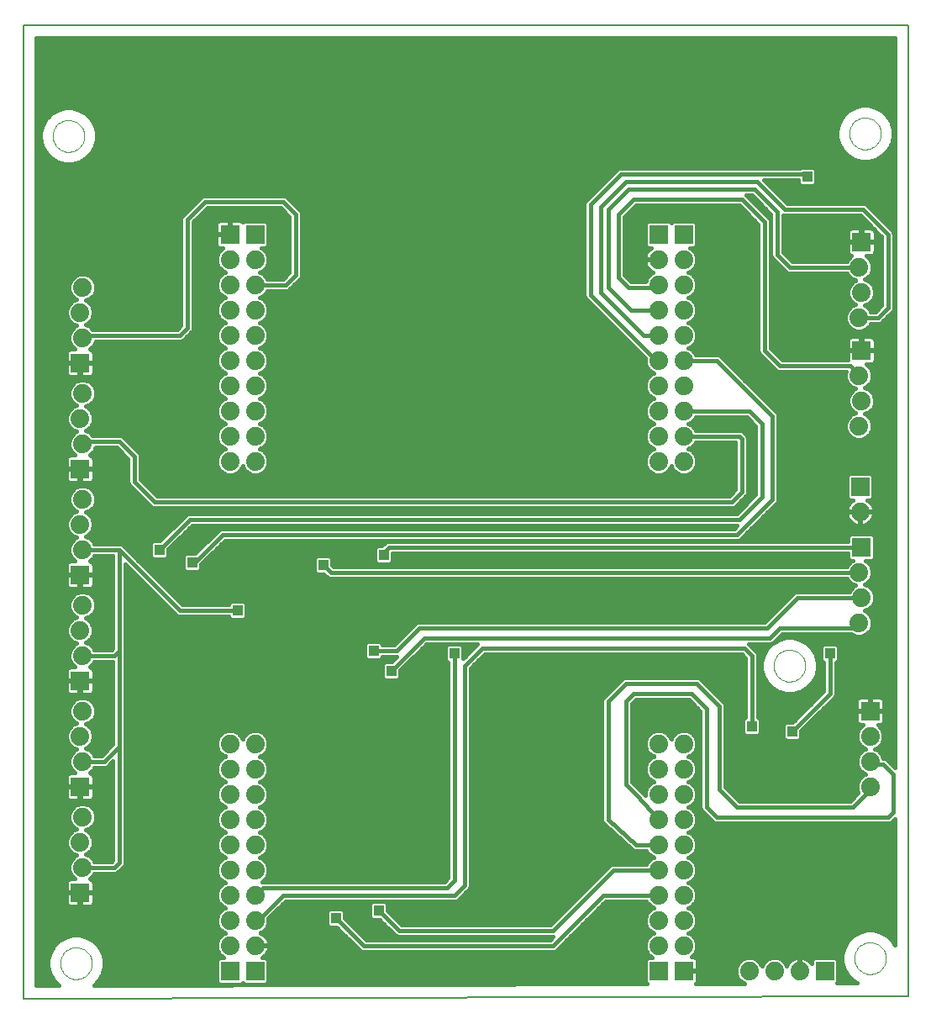
<source format=gtl>
G75*
%MOIN*%
%OFA0B0*%
%FSLAX24Y24*%
%IPPOS*%
%LPD*%
%AMOC8*
5,1,8,0,0,1.08239X$1,22.5*
%
%ADD10C,0.0080*%
%ADD11C,0.0000*%
%ADD12R,0.0740X0.0740*%
%ADD13C,0.0740*%
%ADD14C,0.0160*%
%ADD15R,0.0396X0.0396*%
D10*
X000280Y001387D02*
X000280Y039987D01*
X035380Y039987D01*
X035380Y001487D01*
X000280Y001387D01*
D11*
X001750Y002787D02*
X001752Y002837D01*
X001758Y002887D01*
X001768Y002936D01*
X001782Y002984D01*
X001799Y003031D01*
X001820Y003076D01*
X001845Y003120D01*
X001873Y003161D01*
X001905Y003200D01*
X001939Y003237D01*
X001976Y003271D01*
X002016Y003301D01*
X002058Y003328D01*
X002102Y003352D01*
X002148Y003373D01*
X002195Y003389D01*
X002243Y003402D01*
X002293Y003411D01*
X002342Y003416D01*
X002393Y003417D01*
X002443Y003414D01*
X002492Y003407D01*
X002541Y003396D01*
X002589Y003381D01*
X002635Y003363D01*
X002680Y003341D01*
X002723Y003315D01*
X002764Y003286D01*
X002803Y003254D01*
X002839Y003219D01*
X002871Y003181D01*
X002901Y003141D01*
X002928Y003098D01*
X002951Y003054D01*
X002970Y003008D01*
X002986Y002960D01*
X002998Y002911D01*
X003006Y002862D01*
X003010Y002812D01*
X003010Y002762D01*
X003006Y002712D01*
X002998Y002663D01*
X002986Y002614D01*
X002970Y002566D01*
X002951Y002520D01*
X002928Y002476D01*
X002901Y002433D01*
X002871Y002393D01*
X002839Y002355D01*
X002803Y002320D01*
X002764Y002288D01*
X002723Y002259D01*
X002680Y002233D01*
X002635Y002211D01*
X002589Y002193D01*
X002541Y002178D01*
X002492Y002167D01*
X002443Y002160D01*
X002393Y002157D01*
X002342Y002158D01*
X002293Y002163D01*
X002243Y002172D01*
X002195Y002185D01*
X002148Y002201D01*
X002102Y002222D01*
X002058Y002246D01*
X002016Y002273D01*
X001976Y002303D01*
X001939Y002337D01*
X001905Y002374D01*
X001873Y002413D01*
X001845Y002454D01*
X001820Y002498D01*
X001799Y002543D01*
X001782Y002590D01*
X001768Y002638D01*
X001758Y002687D01*
X001752Y002737D01*
X001750Y002787D01*
X030050Y014587D02*
X030052Y014637D01*
X030058Y014687D01*
X030068Y014736D01*
X030082Y014784D01*
X030099Y014831D01*
X030120Y014876D01*
X030145Y014920D01*
X030173Y014961D01*
X030205Y015000D01*
X030239Y015037D01*
X030276Y015071D01*
X030316Y015101D01*
X030358Y015128D01*
X030402Y015152D01*
X030448Y015173D01*
X030495Y015189D01*
X030543Y015202D01*
X030593Y015211D01*
X030642Y015216D01*
X030693Y015217D01*
X030743Y015214D01*
X030792Y015207D01*
X030841Y015196D01*
X030889Y015181D01*
X030935Y015163D01*
X030980Y015141D01*
X031023Y015115D01*
X031064Y015086D01*
X031103Y015054D01*
X031139Y015019D01*
X031171Y014981D01*
X031201Y014941D01*
X031228Y014898D01*
X031251Y014854D01*
X031270Y014808D01*
X031286Y014760D01*
X031298Y014711D01*
X031306Y014662D01*
X031310Y014612D01*
X031310Y014562D01*
X031306Y014512D01*
X031298Y014463D01*
X031286Y014414D01*
X031270Y014366D01*
X031251Y014320D01*
X031228Y014276D01*
X031201Y014233D01*
X031171Y014193D01*
X031139Y014155D01*
X031103Y014120D01*
X031064Y014088D01*
X031023Y014059D01*
X030980Y014033D01*
X030935Y014011D01*
X030889Y013993D01*
X030841Y013978D01*
X030792Y013967D01*
X030743Y013960D01*
X030693Y013957D01*
X030642Y013958D01*
X030593Y013963D01*
X030543Y013972D01*
X030495Y013985D01*
X030448Y014001D01*
X030402Y014022D01*
X030358Y014046D01*
X030316Y014073D01*
X030276Y014103D01*
X030239Y014137D01*
X030205Y014174D01*
X030173Y014213D01*
X030145Y014254D01*
X030120Y014298D01*
X030099Y014343D01*
X030082Y014390D01*
X030068Y014438D01*
X030058Y014487D01*
X030052Y014537D01*
X030050Y014587D01*
X033250Y002987D02*
X033252Y003037D01*
X033258Y003087D01*
X033268Y003136D01*
X033282Y003184D01*
X033299Y003231D01*
X033320Y003276D01*
X033345Y003320D01*
X033373Y003361D01*
X033405Y003400D01*
X033439Y003437D01*
X033476Y003471D01*
X033516Y003501D01*
X033558Y003528D01*
X033602Y003552D01*
X033648Y003573D01*
X033695Y003589D01*
X033743Y003602D01*
X033793Y003611D01*
X033842Y003616D01*
X033893Y003617D01*
X033943Y003614D01*
X033992Y003607D01*
X034041Y003596D01*
X034089Y003581D01*
X034135Y003563D01*
X034180Y003541D01*
X034223Y003515D01*
X034264Y003486D01*
X034303Y003454D01*
X034339Y003419D01*
X034371Y003381D01*
X034401Y003341D01*
X034428Y003298D01*
X034451Y003254D01*
X034470Y003208D01*
X034486Y003160D01*
X034498Y003111D01*
X034506Y003062D01*
X034510Y003012D01*
X034510Y002962D01*
X034506Y002912D01*
X034498Y002863D01*
X034486Y002814D01*
X034470Y002766D01*
X034451Y002720D01*
X034428Y002676D01*
X034401Y002633D01*
X034371Y002593D01*
X034339Y002555D01*
X034303Y002520D01*
X034264Y002488D01*
X034223Y002459D01*
X034180Y002433D01*
X034135Y002411D01*
X034089Y002393D01*
X034041Y002378D01*
X033992Y002367D01*
X033943Y002360D01*
X033893Y002357D01*
X033842Y002358D01*
X033793Y002363D01*
X033743Y002372D01*
X033695Y002385D01*
X033648Y002401D01*
X033602Y002422D01*
X033558Y002446D01*
X033516Y002473D01*
X033476Y002503D01*
X033439Y002537D01*
X033405Y002574D01*
X033373Y002613D01*
X033345Y002654D01*
X033320Y002698D01*
X033299Y002743D01*
X033282Y002790D01*
X033268Y002838D01*
X033258Y002887D01*
X033252Y002937D01*
X033250Y002987D01*
X033050Y035687D02*
X033052Y035737D01*
X033058Y035787D01*
X033068Y035836D01*
X033082Y035884D01*
X033099Y035931D01*
X033120Y035976D01*
X033145Y036020D01*
X033173Y036061D01*
X033205Y036100D01*
X033239Y036137D01*
X033276Y036171D01*
X033316Y036201D01*
X033358Y036228D01*
X033402Y036252D01*
X033448Y036273D01*
X033495Y036289D01*
X033543Y036302D01*
X033593Y036311D01*
X033642Y036316D01*
X033693Y036317D01*
X033743Y036314D01*
X033792Y036307D01*
X033841Y036296D01*
X033889Y036281D01*
X033935Y036263D01*
X033980Y036241D01*
X034023Y036215D01*
X034064Y036186D01*
X034103Y036154D01*
X034139Y036119D01*
X034171Y036081D01*
X034201Y036041D01*
X034228Y035998D01*
X034251Y035954D01*
X034270Y035908D01*
X034286Y035860D01*
X034298Y035811D01*
X034306Y035762D01*
X034310Y035712D01*
X034310Y035662D01*
X034306Y035612D01*
X034298Y035563D01*
X034286Y035514D01*
X034270Y035466D01*
X034251Y035420D01*
X034228Y035376D01*
X034201Y035333D01*
X034171Y035293D01*
X034139Y035255D01*
X034103Y035220D01*
X034064Y035188D01*
X034023Y035159D01*
X033980Y035133D01*
X033935Y035111D01*
X033889Y035093D01*
X033841Y035078D01*
X033792Y035067D01*
X033743Y035060D01*
X033693Y035057D01*
X033642Y035058D01*
X033593Y035063D01*
X033543Y035072D01*
X033495Y035085D01*
X033448Y035101D01*
X033402Y035122D01*
X033358Y035146D01*
X033316Y035173D01*
X033276Y035203D01*
X033239Y035237D01*
X033205Y035274D01*
X033173Y035313D01*
X033145Y035354D01*
X033120Y035398D01*
X033099Y035443D01*
X033082Y035490D01*
X033068Y035538D01*
X033058Y035587D01*
X033052Y035637D01*
X033050Y035687D01*
X001450Y035587D02*
X001452Y035637D01*
X001458Y035687D01*
X001468Y035736D01*
X001482Y035784D01*
X001499Y035831D01*
X001520Y035876D01*
X001545Y035920D01*
X001573Y035961D01*
X001605Y036000D01*
X001639Y036037D01*
X001676Y036071D01*
X001716Y036101D01*
X001758Y036128D01*
X001802Y036152D01*
X001848Y036173D01*
X001895Y036189D01*
X001943Y036202D01*
X001993Y036211D01*
X002042Y036216D01*
X002093Y036217D01*
X002143Y036214D01*
X002192Y036207D01*
X002241Y036196D01*
X002289Y036181D01*
X002335Y036163D01*
X002380Y036141D01*
X002423Y036115D01*
X002464Y036086D01*
X002503Y036054D01*
X002539Y036019D01*
X002571Y035981D01*
X002601Y035941D01*
X002628Y035898D01*
X002651Y035854D01*
X002670Y035808D01*
X002686Y035760D01*
X002698Y035711D01*
X002706Y035662D01*
X002710Y035612D01*
X002710Y035562D01*
X002706Y035512D01*
X002698Y035463D01*
X002686Y035414D01*
X002670Y035366D01*
X002651Y035320D01*
X002628Y035276D01*
X002601Y035233D01*
X002571Y035193D01*
X002539Y035155D01*
X002503Y035120D01*
X002464Y035088D01*
X002423Y035059D01*
X002380Y035033D01*
X002335Y035011D01*
X002289Y034993D01*
X002241Y034978D01*
X002192Y034967D01*
X002143Y034960D01*
X002093Y034957D01*
X002042Y034958D01*
X001993Y034963D01*
X001943Y034972D01*
X001895Y034985D01*
X001848Y035001D01*
X001802Y035022D01*
X001758Y035046D01*
X001716Y035073D01*
X001676Y035103D01*
X001639Y035137D01*
X001605Y035174D01*
X001573Y035213D01*
X001545Y035254D01*
X001520Y035298D01*
X001499Y035343D01*
X001482Y035390D01*
X001468Y035438D01*
X001458Y035487D01*
X001452Y035537D01*
X001450Y035587D01*
D12*
X008480Y031687D03*
X009480Y031687D03*
X002530Y026587D03*
X002530Y022387D03*
X002530Y018187D03*
X002530Y013987D03*
X002530Y009787D03*
X002530Y005587D03*
X008480Y002487D03*
X009480Y002487D03*
X025480Y002487D03*
X026480Y002487D03*
X032080Y002487D03*
X033880Y012787D03*
X033530Y019287D03*
X033480Y021687D03*
X033530Y027087D03*
X033530Y031387D03*
X026480Y031687D03*
X025480Y031687D03*
D13*
X025480Y030687D03*
X026480Y030687D03*
X026480Y029687D03*
X026480Y028687D03*
X025480Y028687D03*
X025480Y029687D03*
X025480Y027687D03*
X025480Y026687D03*
X026480Y026687D03*
X026480Y027687D03*
X026480Y025687D03*
X026480Y024687D03*
X025480Y024687D03*
X025480Y025687D03*
X025480Y023687D03*
X025480Y022687D03*
X026480Y022687D03*
X026480Y023687D03*
X033430Y024087D03*
X033530Y025087D03*
X033430Y026087D03*
X033430Y028387D03*
X033530Y029387D03*
X033430Y030387D03*
X033480Y020687D03*
X033430Y018287D03*
X033530Y017287D03*
X033430Y016287D03*
X033880Y011787D03*
X033880Y010787D03*
X033880Y009787D03*
X031080Y002487D03*
X030080Y002487D03*
X029080Y002487D03*
X026480Y003487D03*
X026480Y004487D03*
X026480Y005487D03*
X026480Y006487D03*
X026480Y007487D03*
X026480Y008487D03*
X026480Y009487D03*
X026480Y010487D03*
X026480Y011487D03*
X025480Y011487D03*
X025480Y010487D03*
X025480Y009487D03*
X025480Y008487D03*
X025480Y007487D03*
X025480Y006487D03*
X025480Y005487D03*
X025480Y004487D03*
X025480Y003487D03*
X009480Y003487D03*
X009480Y004487D03*
X009480Y005487D03*
X009480Y006487D03*
X009480Y007487D03*
X009480Y008487D03*
X009480Y009487D03*
X009480Y010487D03*
X009480Y011487D03*
X008480Y011487D03*
X008480Y010487D03*
X008480Y009487D03*
X008480Y008487D03*
X008480Y007487D03*
X008480Y006487D03*
X008480Y005487D03*
X008480Y004487D03*
X008480Y003487D03*
X002630Y006587D03*
X002530Y007587D03*
X002630Y008587D03*
X002630Y010787D03*
X002530Y011787D03*
X002630Y012787D03*
X002630Y014987D03*
X002530Y015987D03*
X002630Y016987D03*
X002630Y019187D03*
X002530Y020187D03*
X002630Y021187D03*
X002630Y023387D03*
X002530Y024387D03*
X002630Y025387D03*
X002630Y027587D03*
X002530Y028587D03*
X002630Y029587D03*
X008480Y029687D03*
X008480Y028687D03*
X009480Y028687D03*
X009480Y029687D03*
X009480Y030687D03*
X008480Y030687D03*
X008480Y027687D03*
X008480Y026687D03*
X009480Y026687D03*
X009480Y027687D03*
X009480Y025687D03*
X009480Y024687D03*
X008480Y024687D03*
X008480Y025687D03*
X008480Y023687D03*
X008480Y022687D03*
X009480Y022687D03*
X009480Y023687D03*
D14*
X009658Y024187D02*
X009780Y024136D01*
X009929Y023987D01*
X010010Y023792D01*
X010010Y023581D01*
X009929Y023386D01*
X009780Y023237D01*
X009658Y023187D01*
X009780Y023136D01*
X009929Y022987D01*
X010010Y022792D01*
X010010Y022581D01*
X009929Y022386D01*
X009780Y022237D01*
X009585Y022157D01*
X009375Y022157D01*
X009180Y022237D01*
X009031Y022386D01*
X008980Y022509D01*
X008929Y022386D01*
X008780Y022237D01*
X008585Y022157D01*
X008375Y022157D01*
X008180Y022237D01*
X008031Y022386D01*
X007950Y022581D01*
X007950Y022792D01*
X008031Y022987D01*
X008180Y023136D01*
X008302Y023187D01*
X008180Y023237D01*
X008031Y023386D01*
X007950Y023581D01*
X007950Y023792D01*
X008031Y023987D01*
X008180Y024136D01*
X008302Y024187D01*
X008180Y024237D01*
X008031Y024386D01*
X007950Y024581D01*
X007950Y024792D01*
X008031Y024987D01*
X008180Y025136D01*
X008302Y025187D01*
X008180Y025237D01*
X008031Y025386D01*
X007950Y025581D01*
X007950Y025792D01*
X008031Y025987D01*
X008180Y026136D01*
X008302Y026187D01*
X008180Y026237D01*
X008031Y026386D01*
X007950Y026581D01*
X007950Y026792D01*
X008031Y026987D01*
X008180Y027136D01*
X008302Y027187D01*
X008180Y027237D01*
X008031Y027386D01*
X007950Y027581D01*
X007950Y027792D01*
X008031Y027987D01*
X008180Y028136D01*
X008302Y028187D01*
X008180Y028237D01*
X008031Y028386D01*
X007950Y028581D01*
X007950Y028792D01*
X008031Y028987D01*
X008180Y029136D01*
X008302Y029187D01*
X008180Y029237D01*
X008031Y029386D01*
X007950Y029581D01*
X007950Y029792D01*
X008031Y029987D01*
X008180Y030136D01*
X008302Y030187D01*
X008180Y030237D01*
X008031Y030386D01*
X007950Y030581D01*
X007950Y030792D01*
X008031Y030987D01*
X008180Y031136D01*
X008181Y031137D01*
X008086Y031137D01*
X008041Y031149D01*
X007999Y031173D01*
X007966Y031206D01*
X007942Y031247D01*
X007930Y031293D01*
X007930Y031667D01*
X008460Y031667D01*
X008460Y031707D01*
X008460Y032237D01*
X008086Y032237D01*
X008041Y032224D01*
X007999Y032201D01*
X007966Y032167D01*
X007942Y032126D01*
X007930Y032080D01*
X007930Y031707D01*
X008460Y031707D01*
X008500Y031707D01*
X008500Y032237D01*
X008874Y032237D01*
X008919Y032224D01*
X008961Y032201D01*
X008994Y032167D01*
X008994Y032167D01*
X009044Y032217D01*
X009916Y032217D01*
X010010Y032123D01*
X010010Y031250D01*
X009916Y031157D01*
X009730Y031157D01*
X009780Y031136D01*
X009929Y030987D01*
X010010Y030792D01*
X010010Y030581D01*
X009929Y030386D01*
X009780Y030237D01*
X009658Y030187D01*
X009780Y030136D01*
X009929Y029987D01*
X009954Y029927D01*
X010581Y029927D01*
X010840Y030186D01*
X010840Y032387D01*
X010481Y032747D01*
X007579Y032747D01*
X007020Y032187D01*
X007020Y027939D01*
X006983Y027851D01*
X006683Y027551D01*
X006616Y027483D01*
X006528Y027447D01*
X003146Y027447D01*
X003079Y027286D01*
X002930Y027137D01*
X002927Y027136D01*
X002969Y027124D01*
X003011Y027101D01*
X003044Y027067D01*
X003068Y027026D01*
X003080Y026980D01*
X003080Y026607D01*
X002550Y026607D01*
X002550Y026567D01*
X003080Y026567D01*
X003080Y026193D01*
X003068Y026147D01*
X003044Y026106D01*
X003011Y026073D01*
X002969Y026049D01*
X002924Y026037D01*
X002550Y026037D01*
X002550Y026567D01*
X002510Y026567D01*
X001980Y026567D01*
X001980Y026193D01*
X001992Y026147D01*
X002016Y026106D01*
X002049Y026073D01*
X002091Y026049D01*
X002136Y026037D01*
X002510Y026037D01*
X002510Y026567D01*
X002510Y026607D01*
X001980Y026607D01*
X001980Y026980D01*
X001992Y027026D01*
X002016Y027067D01*
X002049Y027101D01*
X002091Y027124D01*
X002136Y027137D01*
X002331Y027137D01*
X002330Y027137D01*
X002181Y027286D01*
X002100Y027481D01*
X002100Y027692D01*
X002181Y027887D01*
X002330Y028036D01*
X002402Y028066D01*
X002230Y028137D01*
X002081Y028286D01*
X002000Y028481D01*
X002000Y028692D01*
X002081Y028887D01*
X002230Y029036D01*
X002402Y029107D01*
X002330Y029137D01*
X002181Y029286D01*
X002100Y029481D01*
X002100Y029692D01*
X002181Y029887D01*
X002330Y030036D01*
X002525Y030117D01*
X002735Y030117D01*
X002930Y030036D01*
X003079Y029887D01*
X003160Y029692D01*
X003160Y029481D01*
X003079Y029286D01*
X002930Y029137D01*
X002758Y029066D01*
X002830Y029036D01*
X002979Y028887D01*
X003060Y028692D01*
X003060Y028481D01*
X002979Y028286D01*
X002830Y028137D01*
X002758Y028107D01*
X002930Y028036D01*
X003040Y027927D01*
X006381Y027927D01*
X006540Y028086D01*
X006540Y032334D01*
X006577Y032423D01*
X006644Y032490D01*
X007344Y033190D01*
X007432Y033227D01*
X010628Y033227D01*
X010716Y033190D01*
X010783Y033123D01*
X011283Y032623D01*
X011320Y032534D01*
X011320Y030039D01*
X011283Y029951D01*
X011216Y029883D01*
X010816Y029483D01*
X010728Y029447D01*
X009954Y029447D01*
X009929Y029386D01*
X009780Y029237D01*
X009658Y029187D01*
X009780Y029136D01*
X009929Y028987D01*
X010010Y028792D01*
X010010Y028581D01*
X009929Y028386D01*
X009780Y028237D01*
X009658Y028187D01*
X009780Y028136D01*
X009929Y027987D01*
X010010Y027792D01*
X010010Y027581D01*
X009929Y027386D01*
X009780Y027237D01*
X009658Y027187D01*
X009780Y027136D01*
X009929Y026987D01*
X010010Y026792D01*
X010010Y026581D01*
X009929Y026386D01*
X009780Y026237D01*
X009658Y026187D01*
X009780Y026136D01*
X009929Y025987D01*
X010010Y025792D01*
X010010Y025581D01*
X009929Y025386D01*
X009780Y025237D01*
X009658Y025187D01*
X009780Y025136D01*
X009929Y024987D01*
X010010Y024792D01*
X010010Y024581D01*
X009929Y024386D01*
X009780Y024237D01*
X009658Y024187D01*
X009741Y024152D02*
X025219Y024152D01*
X025180Y024136D02*
X025031Y023987D01*
X024950Y023792D01*
X024950Y023581D01*
X025031Y023386D01*
X025180Y023237D01*
X025302Y023187D01*
X025180Y023136D01*
X025031Y022987D01*
X024950Y022792D01*
X024950Y022581D01*
X025031Y022386D01*
X025180Y022237D01*
X025375Y022157D01*
X025585Y022157D01*
X025780Y022237D01*
X025929Y022386D01*
X025980Y022509D01*
X026031Y022386D01*
X026180Y022237D01*
X026375Y022157D01*
X026585Y022157D01*
X026780Y022237D01*
X026929Y022386D01*
X027010Y022581D01*
X027010Y022792D01*
X026929Y022987D01*
X026780Y023136D01*
X026658Y023187D01*
X026780Y023237D01*
X026929Y023386D01*
X026954Y023447D01*
X028540Y023447D01*
X028540Y021586D01*
X028281Y021327D01*
X005579Y021327D01*
X004920Y021986D01*
X004920Y022934D01*
X004883Y023023D01*
X004283Y023623D01*
X004216Y023690D01*
X004128Y023727D01*
X003040Y023727D01*
X002930Y023836D01*
X002758Y023907D01*
X002830Y023937D01*
X002979Y024086D01*
X003060Y024281D01*
X003060Y024492D01*
X002979Y024687D01*
X002830Y024836D01*
X002758Y024866D01*
X002930Y024937D01*
X003079Y025086D01*
X003160Y025281D01*
X003160Y025492D01*
X003079Y025687D01*
X002930Y025836D01*
X002735Y025917D01*
X002525Y025917D01*
X002330Y025836D01*
X002181Y025687D01*
X002100Y025492D01*
X002100Y025281D01*
X002181Y025086D01*
X002330Y024937D01*
X002402Y024907D01*
X002230Y024836D01*
X002081Y024687D01*
X002000Y024492D01*
X002000Y024281D01*
X002081Y024086D01*
X002230Y023937D01*
X002402Y023866D01*
X002330Y023836D01*
X002181Y023687D01*
X002100Y023492D01*
X002100Y023281D01*
X002181Y023086D01*
X002330Y022937D01*
X002331Y022937D01*
X002136Y022937D01*
X002091Y022924D01*
X002049Y022901D01*
X002016Y022867D01*
X001992Y022826D01*
X001980Y022780D01*
X001980Y022407D01*
X002510Y022407D01*
X002510Y022367D01*
X001980Y022367D01*
X001980Y021993D01*
X001992Y021947D01*
X002016Y021906D01*
X002049Y021873D01*
X002091Y021849D01*
X002136Y021837D01*
X002510Y021837D01*
X002510Y022367D01*
X002550Y022367D01*
X002550Y022407D01*
X003080Y022407D01*
X003080Y022780D01*
X003068Y022826D01*
X003044Y022867D01*
X003011Y022901D01*
X002969Y022924D01*
X002927Y022936D01*
X002930Y022937D01*
X003079Y023086D01*
X003146Y023247D01*
X003981Y023247D01*
X004440Y022787D01*
X004440Y021839D01*
X004477Y021751D01*
X004544Y021683D01*
X005344Y020883D01*
X005432Y020847D01*
X028428Y020847D01*
X028516Y020883D01*
X028583Y020951D01*
X028983Y021351D01*
X029020Y021439D01*
X029020Y023634D01*
X028983Y023723D01*
X028916Y023790D01*
X028816Y023890D01*
X028728Y023927D01*
X026954Y023927D01*
X026929Y023987D01*
X026780Y024136D01*
X026658Y024187D01*
X026780Y024237D01*
X026929Y024386D01*
X026954Y024447D01*
X028981Y024447D01*
X029340Y024087D01*
X029340Y021386D01*
X028581Y020627D01*
X006832Y020627D01*
X006744Y020590D01*
X005699Y019545D01*
X005416Y019545D01*
X005322Y019451D01*
X005322Y018922D01*
X005416Y018829D01*
X005944Y018829D01*
X006038Y018922D01*
X006038Y019205D01*
X006979Y020147D01*
X028601Y020147D01*
X028481Y020027D01*
X008132Y020027D01*
X008044Y019990D01*
X007099Y019045D01*
X006716Y019045D01*
X006622Y018951D01*
X006622Y018422D01*
X006716Y018329D01*
X007244Y018329D01*
X007338Y018422D01*
X007338Y018605D01*
X011822Y018605D01*
X011822Y018763D02*
X007496Y018763D01*
X007338Y018605D02*
X008279Y019547D01*
X028628Y019547D01*
X028716Y019583D01*
X028783Y019651D01*
X030183Y021051D01*
X030220Y021139D01*
X030220Y024534D01*
X030183Y024623D01*
X030116Y024690D01*
X027916Y026890D01*
X027828Y026927D01*
X026954Y026927D01*
X026929Y026987D01*
X026780Y027136D01*
X026658Y027187D01*
X026780Y027237D01*
X026929Y027386D01*
X027010Y027581D01*
X027010Y027792D01*
X026929Y027987D01*
X026780Y028136D01*
X026658Y028187D01*
X026780Y028237D01*
X026929Y028386D01*
X027010Y028581D01*
X027010Y028792D01*
X026929Y028987D01*
X026780Y029136D01*
X026658Y029187D01*
X026780Y029237D01*
X026929Y029386D01*
X027010Y029581D01*
X027010Y029792D01*
X026929Y029987D01*
X026780Y030136D01*
X026658Y030187D01*
X026780Y030237D01*
X026929Y030386D01*
X027010Y030581D01*
X027010Y030792D01*
X026929Y030987D01*
X026780Y031136D01*
X026730Y031157D01*
X026916Y031157D01*
X027010Y031250D01*
X027010Y032123D01*
X026916Y032217D01*
X026044Y032217D01*
X025980Y032153D01*
X025916Y032217D01*
X025044Y032217D01*
X024950Y032123D01*
X024950Y031250D01*
X025044Y031157D01*
X025191Y031157D01*
X025122Y031106D01*
X025060Y031045D01*
X025010Y030975D01*
X024970Y030898D01*
X024944Y030815D01*
X024930Y030730D01*
X024930Y030707D01*
X025460Y030707D01*
X025460Y030667D01*
X024930Y030667D01*
X024930Y030643D01*
X024944Y030558D01*
X024970Y030476D01*
X025010Y030398D01*
X025060Y030328D01*
X025122Y030267D01*
X025192Y030216D01*
X025269Y030177D01*
X025274Y030175D01*
X024120Y030175D01*
X024120Y030086D02*
X024120Y032387D01*
X024579Y032847D01*
X028681Y032847D01*
X029440Y032087D01*
X029440Y027039D01*
X029477Y026951D01*
X030077Y026351D01*
X030144Y026283D01*
X030232Y026247D01*
X032923Y026247D01*
X032900Y026192D01*
X032900Y025981D01*
X032981Y025786D01*
X033130Y025637D01*
X033302Y025566D01*
X033230Y025536D01*
X033081Y025387D01*
X033000Y025192D01*
X033000Y024981D01*
X033081Y024786D01*
X030020Y024786D01*
X030178Y024628D02*
X033253Y024628D01*
X033230Y024637D02*
X033302Y024607D01*
X033130Y024536D01*
X032981Y024387D01*
X032900Y024192D01*
X032900Y023981D01*
X032981Y023786D01*
X033130Y023637D01*
X033325Y023557D01*
X033535Y023557D01*
X033730Y023637D01*
X033879Y023786D01*
X033960Y023981D01*
X033960Y024192D01*
X033879Y024387D01*
X033730Y024536D01*
X033658Y024566D01*
X033830Y024637D01*
X033979Y024786D01*
X034860Y024786D01*
X034860Y024628D02*
X033807Y024628D01*
X033797Y024469D02*
X034860Y024469D01*
X034860Y024311D02*
X033911Y024311D01*
X033960Y024152D02*
X034860Y024152D01*
X034860Y023994D02*
X033960Y023994D01*
X033900Y023835D02*
X034860Y023835D01*
X034860Y023677D02*
X033770Y023677D01*
X033090Y023677D02*
X030220Y023677D01*
X030220Y023835D02*
X032960Y023835D01*
X032900Y023994D02*
X030220Y023994D01*
X030220Y024152D02*
X032900Y024152D01*
X032949Y024311D02*
X030220Y024311D01*
X030220Y024469D02*
X033063Y024469D01*
X033230Y024637D02*
X033081Y024786D01*
X033015Y024945D02*
X029861Y024945D01*
X029703Y025103D02*
X033000Y025103D01*
X033029Y025262D02*
X029544Y025262D01*
X029386Y025420D02*
X033114Y025420D01*
X033271Y025579D02*
X029227Y025579D01*
X029069Y025737D02*
X033030Y025737D01*
X032935Y025896D02*
X028910Y025896D01*
X028752Y026054D02*
X032900Y026054D01*
X032909Y026213D02*
X028593Y026213D01*
X028435Y026371D02*
X030056Y026371D01*
X029898Y026530D02*
X028276Y026530D01*
X028118Y026688D02*
X029739Y026688D01*
X029581Y026847D02*
X027959Y026847D01*
X027780Y026687D02*
X029980Y024487D01*
X029980Y021187D01*
X028580Y019787D01*
X008180Y019787D01*
X007080Y018687D01*
X007338Y018446D02*
X011822Y018446D01*
X011822Y018322D02*
X011916Y018229D01*
X012199Y018229D01*
X012344Y018083D01*
X012432Y018047D01*
X032956Y018047D01*
X032981Y017986D01*
X033130Y017837D01*
X033302Y017766D01*
X033230Y017736D01*
X033081Y017587D01*
X033056Y017527D01*
X030932Y017527D01*
X030844Y017490D01*
X029681Y016327D01*
X015932Y016327D01*
X015844Y016290D01*
X015777Y016223D01*
X014981Y015427D01*
X014538Y015427D01*
X014538Y015451D01*
X014444Y015545D01*
X013916Y015545D01*
X013822Y015451D01*
X013822Y014922D01*
X013916Y014829D01*
X014444Y014829D01*
X014538Y014922D01*
X014538Y014947D01*
X015101Y014947D01*
X014899Y014745D01*
X014616Y014745D01*
X014522Y014651D01*
X014522Y014122D01*
X014616Y014029D01*
X015144Y014029D01*
X015238Y014122D01*
X015238Y014405D01*
X016279Y015447D01*
X018301Y015447D01*
X017738Y014884D01*
X017738Y015351D01*
X017644Y015445D01*
X017116Y015445D01*
X017022Y015351D01*
X017022Y014822D01*
X017116Y014729D01*
X017140Y014729D01*
X017140Y006186D01*
X016981Y006027D01*
X009754Y006027D01*
X009780Y006037D01*
X009929Y006186D01*
X010010Y006381D01*
X010010Y006592D01*
X009929Y006787D01*
X009780Y006936D01*
X009658Y006987D01*
X009780Y007037D01*
X009929Y007186D01*
X010010Y007381D01*
X010010Y007592D01*
X009929Y007787D01*
X009780Y007936D01*
X009658Y007987D01*
X009780Y008037D01*
X009929Y008186D01*
X010010Y008381D01*
X010010Y008592D01*
X009929Y008787D01*
X009780Y008936D01*
X009658Y008987D01*
X009780Y009037D01*
X009929Y009186D01*
X010010Y009381D01*
X010010Y009592D01*
X009929Y009787D01*
X009780Y009936D01*
X009658Y009987D01*
X009780Y010037D01*
X009929Y010186D01*
X010010Y010381D01*
X010010Y010592D01*
X009929Y010787D01*
X009780Y010936D01*
X009658Y010987D01*
X009780Y011037D01*
X009929Y011186D01*
X010010Y011381D01*
X010010Y011592D01*
X009929Y011787D01*
X009780Y011936D01*
X009585Y012017D01*
X009375Y012017D01*
X009180Y011936D01*
X009031Y011787D01*
X008980Y011665D01*
X008929Y011787D01*
X008780Y011936D01*
X008585Y012017D01*
X008375Y012017D01*
X008180Y011936D01*
X008031Y011787D01*
X007950Y011592D01*
X007950Y011381D01*
X008031Y011186D01*
X008180Y011037D01*
X008302Y010987D01*
X008180Y010936D01*
X008031Y010787D01*
X007950Y010592D01*
X007950Y010381D01*
X008031Y010186D01*
X008180Y010037D01*
X008302Y009987D01*
X008180Y009936D01*
X008031Y009787D01*
X007950Y009592D01*
X007950Y009381D01*
X008031Y009186D01*
X008180Y009037D01*
X008302Y008987D01*
X008180Y008936D01*
X008031Y008787D01*
X007950Y008592D01*
X007950Y008381D01*
X008031Y008186D01*
X008180Y008037D01*
X008302Y007987D01*
X008180Y007936D01*
X008031Y007787D01*
X007950Y007592D01*
X007950Y007381D01*
X008031Y007186D01*
X008180Y007037D01*
X008302Y006987D01*
X008180Y006936D01*
X008031Y006787D01*
X007950Y006592D01*
X007950Y006381D01*
X008031Y006186D01*
X008180Y006037D01*
X008302Y005987D01*
X008180Y005936D01*
X008031Y005787D01*
X007950Y005592D01*
X007950Y005381D01*
X008031Y005186D01*
X008180Y005037D01*
X008302Y004987D01*
X008180Y004936D01*
X008031Y004787D01*
X007950Y004592D01*
X007950Y004381D01*
X008031Y004186D01*
X008180Y004037D01*
X008302Y003987D01*
X008180Y003936D01*
X008031Y003787D01*
X007950Y003592D01*
X007950Y003381D01*
X008031Y003186D01*
X008180Y003037D01*
X008230Y003017D01*
X008044Y003017D01*
X007950Y002923D01*
X007950Y002050D01*
X008044Y001957D01*
X008916Y001957D01*
X008980Y002020D01*
X009044Y001957D01*
X009916Y001957D01*
X010010Y002050D01*
X010010Y002923D01*
X009916Y003017D01*
X009769Y003017D01*
X009838Y003067D01*
X009900Y003128D01*
X009950Y003198D01*
X009990Y003276D01*
X010016Y003358D01*
X010030Y003443D01*
X010030Y003467D01*
X009500Y003467D01*
X009500Y003507D01*
X010030Y003507D01*
X010030Y003530D01*
X010016Y003615D01*
X009990Y003698D01*
X009950Y003775D01*
X009900Y003845D01*
X009838Y003906D01*
X009768Y003957D01*
X009691Y003996D01*
X009686Y003998D01*
X009780Y004037D01*
X009929Y004186D01*
X010010Y004381D01*
X010010Y004577D01*
X010679Y005247D01*
X017428Y005247D01*
X017516Y005283D01*
X017583Y005351D01*
X017983Y005751D01*
X018020Y005839D01*
X018020Y014487D01*
X018579Y015047D01*
X028781Y015047D01*
X028940Y014887D01*
X028940Y012545D01*
X028916Y012545D01*
X028822Y012451D01*
X028822Y011922D01*
X028916Y011829D01*
X029444Y011829D01*
X029538Y011922D01*
X029538Y012451D01*
X029444Y012545D01*
X029420Y012545D01*
X029420Y015034D01*
X029383Y015123D01*
X029083Y015423D01*
X029059Y015447D01*
X029928Y015447D01*
X030006Y015479D01*
X029998Y015475D01*
X029792Y015268D01*
X029646Y015015D01*
X029570Y014733D01*
X029570Y014441D01*
X029646Y014158D01*
X029792Y013905D01*
X029998Y013699D01*
X030252Y013552D01*
X030534Y013477D01*
X030826Y013477D01*
X031108Y013552D01*
X031362Y013699D01*
X031568Y013905D01*
X031714Y014158D01*
X031790Y014441D01*
X031790Y014733D01*
X031714Y015015D01*
X031568Y015268D01*
X031362Y015475D01*
X031108Y015621D01*
X030826Y015697D01*
X030534Y015697D01*
X030252Y015621D01*
X030020Y015487D01*
X030379Y015847D01*
X033120Y015847D01*
X033130Y015837D01*
X033325Y015757D01*
X033535Y015757D01*
X033730Y015837D01*
X033879Y015986D01*
X033960Y016181D01*
X033960Y016392D01*
X033879Y016587D01*
X033730Y016736D01*
X033658Y016766D01*
X033830Y016837D01*
X033979Y016986D01*
X034060Y017181D01*
X034060Y017392D01*
X033979Y017587D01*
X033830Y017736D01*
X033658Y017807D01*
X033730Y017837D01*
X033879Y017986D01*
X033960Y018181D01*
X033960Y018392D01*
X033879Y018587D01*
X033730Y018736D01*
X033680Y018757D01*
X033966Y018757D01*
X034060Y018850D01*
X034060Y019723D01*
X033966Y019817D01*
X033094Y019817D01*
X033000Y019723D01*
X033000Y019527D01*
X014732Y019527D01*
X014644Y019490D01*
X014499Y019345D01*
X014316Y019345D01*
X014222Y019251D01*
X014222Y018722D01*
X014316Y018629D01*
X014844Y018629D01*
X014938Y018722D01*
X014938Y019047D01*
X033000Y019047D01*
X033000Y018850D01*
X033094Y018757D01*
X033180Y018757D01*
X033130Y018736D01*
X032981Y018587D01*
X032956Y018527D01*
X012579Y018527D01*
X012538Y018568D01*
X012538Y018851D01*
X012444Y018945D01*
X011916Y018945D01*
X011822Y018851D01*
X011822Y018322D01*
X011856Y018288D02*
X005318Y018288D01*
X005160Y018446D02*
X006622Y018446D01*
X006622Y018605D02*
X005001Y018605D01*
X004843Y018763D02*
X006622Y018763D01*
X006622Y018922D02*
X006038Y018922D01*
X006038Y019080D02*
X007134Y019080D01*
X007293Y019239D02*
X006071Y019239D01*
X006230Y019397D02*
X007451Y019397D01*
X007610Y019556D02*
X006388Y019556D01*
X006547Y019714D02*
X007768Y019714D01*
X007927Y019873D02*
X006705Y019873D01*
X006864Y020031D02*
X028485Y020031D01*
X028680Y020387D02*
X006880Y020387D01*
X005680Y019187D01*
X005322Y019239D02*
X004367Y019239D01*
X004283Y019323D02*
X004216Y019390D01*
X004128Y019427D01*
X003104Y019427D01*
X003079Y019487D01*
X002930Y019636D01*
X002758Y019707D01*
X002830Y019737D01*
X002979Y019886D01*
X003060Y020081D01*
X003060Y020292D01*
X002979Y020487D01*
X002830Y020636D01*
X002758Y020666D01*
X002930Y020737D01*
X003079Y020886D01*
X003160Y021081D01*
X003160Y021292D01*
X003079Y021487D01*
X002930Y021636D01*
X002735Y021717D01*
X002525Y021717D01*
X002330Y021636D01*
X002181Y021487D01*
X002100Y021292D01*
X002100Y021081D01*
X002181Y020886D01*
X002330Y020737D01*
X002402Y020707D01*
X002230Y020636D01*
X002081Y020487D01*
X002000Y020292D01*
X002000Y020081D01*
X002081Y019886D01*
X002230Y019737D01*
X002402Y019666D01*
X002330Y019636D01*
X002181Y019487D01*
X002100Y019292D01*
X002100Y019081D01*
X002181Y018886D01*
X002330Y018737D01*
X002331Y018737D01*
X002136Y018737D01*
X002091Y018724D01*
X002049Y018701D01*
X002016Y018667D01*
X001992Y018626D01*
X001980Y018580D01*
X001980Y018207D01*
X002510Y018207D01*
X002510Y018167D01*
X001980Y018167D01*
X001980Y017793D01*
X001992Y017747D01*
X002016Y017706D01*
X002049Y017673D01*
X002091Y017649D01*
X002136Y017637D01*
X002510Y017637D01*
X002510Y018167D01*
X002550Y018167D01*
X002550Y018207D01*
X003080Y018207D01*
X003080Y018580D01*
X003068Y018626D01*
X003044Y018667D01*
X003011Y018701D01*
X002969Y018724D01*
X002927Y018736D01*
X002930Y018737D01*
X003079Y018886D01*
X003104Y018947D01*
X003840Y018947D01*
X003840Y015286D01*
X003781Y015227D01*
X003104Y015227D01*
X003079Y015287D01*
X002930Y015436D01*
X002758Y015507D01*
X002830Y015537D01*
X002979Y015686D01*
X003060Y015881D01*
X003060Y016092D01*
X002979Y016287D01*
X002830Y016436D01*
X002758Y016466D01*
X002930Y016537D01*
X003079Y016686D01*
X003160Y016881D01*
X003160Y017092D01*
X003079Y017287D01*
X002930Y017436D01*
X002735Y017517D01*
X002525Y017517D01*
X002330Y017436D01*
X002181Y017287D01*
X002100Y017092D01*
X002100Y016881D01*
X002181Y016686D01*
X002330Y016537D01*
X002402Y016507D01*
X002230Y016436D01*
X002081Y016287D01*
X002000Y016092D01*
X002000Y015881D01*
X002081Y015686D01*
X002230Y015537D01*
X002402Y015466D01*
X002330Y015436D01*
X002181Y015287D01*
X002100Y015092D01*
X002100Y014881D01*
X002181Y014686D01*
X002330Y014537D01*
X002331Y014537D01*
X002136Y014537D01*
X002091Y014524D01*
X002049Y014501D01*
X002016Y014467D01*
X001992Y014426D01*
X001980Y014380D01*
X001980Y014007D01*
X002510Y014007D01*
X002510Y013967D01*
X001980Y013967D01*
X001980Y013593D01*
X001992Y013547D01*
X002016Y013506D01*
X002049Y013473D01*
X002091Y013449D01*
X002136Y013437D01*
X002510Y013437D01*
X002510Y013967D01*
X002550Y013967D01*
X002550Y014007D01*
X003080Y014007D01*
X003080Y014380D01*
X003068Y014426D01*
X003044Y014467D01*
X003011Y014501D01*
X002969Y014524D01*
X002927Y014536D01*
X002930Y014537D01*
X003079Y014686D01*
X003104Y014747D01*
X003840Y014747D01*
X003840Y011486D01*
X003381Y011027D01*
X003104Y011027D01*
X003079Y011087D01*
X002930Y011236D01*
X002758Y011307D01*
X002830Y011337D01*
X002979Y011486D01*
X003060Y011681D01*
X003060Y011892D01*
X002979Y012087D01*
X002830Y012236D01*
X002758Y012266D01*
X002930Y012337D01*
X003079Y012486D01*
X003160Y012681D01*
X003160Y012892D01*
X003079Y013087D01*
X002930Y013236D01*
X002735Y013317D01*
X002525Y013317D01*
X002330Y013236D01*
X002181Y013087D01*
X002100Y012892D01*
X002100Y012681D01*
X002181Y012486D01*
X002330Y012337D01*
X002402Y012307D01*
X002230Y012236D01*
X002081Y012087D01*
X002000Y011892D01*
X002000Y011681D01*
X002081Y011486D01*
X002230Y011337D01*
X002402Y011266D01*
X002330Y011236D01*
X002181Y011087D01*
X002100Y010892D01*
X002100Y010681D01*
X002181Y010486D01*
X002330Y010337D01*
X002331Y010337D01*
X002136Y010337D01*
X002091Y010324D01*
X002049Y010301D01*
X002016Y010267D01*
X001992Y010226D01*
X001980Y010180D01*
X001980Y009807D01*
X002510Y009807D01*
X002510Y009767D01*
X001980Y009767D01*
X001980Y009393D01*
X001992Y009347D01*
X002016Y009306D01*
X002049Y009273D01*
X002091Y009249D01*
X002136Y009237D01*
X002510Y009237D01*
X002510Y009767D01*
X002550Y009767D01*
X002550Y009807D01*
X003080Y009807D01*
X003080Y010180D01*
X003068Y010226D01*
X003044Y010267D01*
X003011Y010301D01*
X002969Y010324D01*
X002927Y010336D01*
X002930Y010337D01*
X003079Y010486D01*
X003104Y010547D01*
X003528Y010547D01*
X003616Y010583D01*
X003840Y010807D01*
X003840Y006886D01*
X003781Y006827D01*
X003104Y006827D01*
X003079Y006887D01*
X002930Y007036D01*
X002758Y007107D01*
X002830Y007137D01*
X002979Y007286D01*
X003060Y007481D01*
X003060Y007692D01*
X002979Y007887D01*
X002830Y008036D01*
X002758Y008066D01*
X002930Y008137D01*
X003079Y008286D01*
X003160Y008481D01*
X003160Y008692D01*
X003079Y008887D01*
X002930Y009036D01*
X002735Y009117D01*
X002525Y009117D01*
X002330Y009036D01*
X002181Y008887D01*
X002100Y008692D01*
X002100Y008481D01*
X002181Y008286D01*
X002330Y008137D01*
X002402Y008107D01*
X002230Y008036D01*
X002081Y007887D01*
X002000Y007692D01*
X002000Y007481D01*
X002081Y007286D01*
X002230Y007137D01*
X002402Y007066D01*
X002330Y007036D01*
X002181Y006887D01*
X002100Y006692D01*
X002100Y006481D01*
X002181Y006286D01*
X002330Y006137D01*
X002331Y006137D01*
X002136Y006137D01*
X002091Y006124D01*
X002049Y006101D01*
X002016Y006067D01*
X001992Y006026D01*
X001980Y005980D01*
X001980Y005607D01*
X002510Y005607D01*
X002510Y005567D01*
X001980Y005567D01*
X001980Y005193D01*
X001992Y005147D01*
X002016Y005106D01*
X002049Y005073D01*
X002091Y005049D01*
X002136Y005037D01*
X002510Y005037D01*
X002510Y005567D01*
X002550Y005567D01*
X002550Y005607D01*
X003080Y005607D01*
X003080Y005980D01*
X003068Y006026D01*
X003044Y006067D01*
X003011Y006101D01*
X002969Y006124D01*
X002927Y006136D01*
X002930Y006137D01*
X003079Y006286D01*
X003104Y006347D01*
X003928Y006347D01*
X004016Y006383D01*
X004083Y006451D01*
X004283Y006651D01*
X004320Y006739D01*
X004320Y018607D01*
X006344Y016583D01*
X006432Y016547D01*
X008422Y016547D01*
X008422Y016522D01*
X008516Y016429D01*
X009044Y016429D01*
X009138Y016522D01*
X009138Y017051D01*
X009044Y017145D01*
X008516Y017145D01*
X008422Y017051D01*
X008422Y017027D01*
X006579Y017027D01*
X004283Y019323D01*
X004199Y019397D02*
X005322Y019397D01*
X005322Y019080D02*
X004526Y019080D01*
X004684Y018922D02*
X005322Y018922D01*
X005477Y018129D02*
X012298Y018129D01*
X012480Y018287D02*
X012280Y018487D01*
X012480Y018287D02*
X033380Y018287D01*
X032998Y018605D02*
X012538Y018605D01*
X012538Y018763D02*
X014222Y018763D01*
X014222Y018922D02*
X012467Y018922D01*
X011893Y018922D02*
X007654Y018922D01*
X007813Y019080D02*
X014222Y019080D01*
X014222Y019239D02*
X007971Y019239D01*
X008130Y019397D02*
X014551Y019397D01*
X014780Y019287D02*
X014580Y019087D01*
X014780Y019287D02*
X033580Y019287D01*
X034060Y019239D02*
X034860Y019239D01*
X034860Y019397D02*
X034060Y019397D01*
X034060Y019556D02*
X034860Y019556D01*
X034860Y019714D02*
X034060Y019714D01*
X034060Y019080D02*
X034860Y019080D01*
X034860Y018922D02*
X034060Y018922D01*
X033973Y018763D02*
X034860Y018763D01*
X034860Y018605D02*
X033862Y018605D01*
X033938Y018446D02*
X034860Y018446D01*
X034860Y018288D02*
X033960Y018288D01*
X033938Y018129D02*
X034860Y018129D01*
X034860Y017971D02*
X033864Y017971D01*
X033669Y017812D02*
X034860Y017812D01*
X034860Y017654D02*
X033913Y017654D01*
X034017Y017495D02*
X034860Y017495D01*
X034860Y017337D02*
X034060Y017337D01*
X034059Y017178D02*
X034860Y017178D01*
X034860Y017020D02*
X033993Y017020D01*
X033854Y016861D02*
X034860Y016861D01*
X034860Y016703D02*
X033764Y016703D01*
X033897Y016544D02*
X034860Y016544D01*
X034860Y016386D02*
X033960Y016386D01*
X033960Y016227D02*
X034860Y016227D01*
X034860Y016069D02*
X033913Y016069D01*
X033803Y015910D02*
X034860Y015910D01*
X034860Y015752D02*
X030284Y015752D01*
X030204Y015593D02*
X030126Y015593D01*
X029958Y015435D02*
X029071Y015435D01*
X029230Y015276D02*
X029800Y015276D01*
X029705Y015118D02*
X029386Y015118D01*
X029420Y014959D02*
X029631Y014959D01*
X029588Y014801D02*
X029420Y014801D01*
X029420Y014642D02*
X029570Y014642D01*
X029570Y014484D02*
X029420Y014484D01*
X029420Y014325D02*
X029601Y014325D01*
X029643Y014167D02*
X029420Y014167D01*
X029420Y014008D02*
X029732Y014008D01*
X029847Y013850D02*
X029420Y013850D01*
X029420Y013691D02*
X030011Y013691D01*
X030325Y013533D02*
X029420Y013533D01*
X029420Y013374D02*
X031828Y013374D01*
X031670Y013216D02*
X029420Y013216D01*
X029420Y013057D02*
X031511Y013057D01*
X031353Y012899D02*
X029420Y012899D01*
X029420Y012740D02*
X031194Y012740D01*
X031036Y012582D02*
X029420Y012582D01*
X029538Y012423D02*
X030877Y012423D01*
X030799Y012345D02*
X030516Y012345D01*
X030422Y012251D01*
X030422Y011722D01*
X030516Y011629D01*
X031044Y011629D01*
X031138Y011722D01*
X031138Y012005D01*
X032416Y013283D01*
X032483Y013351D01*
X032520Y013439D01*
X032520Y014729D01*
X032544Y014729D01*
X032638Y014822D01*
X032638Y015351D01*
X032544Y015445D01*
X032016Y015445D01*
X031922Y015351D01*
X031922Y014822D01*
X032016Y014729D01*
X032040Y014729D01*
X032040Y013586D01*
X030799Y012345D01*
X030780Y012087D02*
X030780Y011987D01*
X030780Y012087D02*
X030880Y012087D01*
X032280Y013487D01*
X032280Y015087D01*
X032638Y015118D02*
X034860Y015118D01*
X034860Y015276D02*
X032638Y015276D01*
X032554Y015435D02*
X034860Y015435D01*
X034860Y015593D02*
X031156Y015593D01*
X031402Y015435D02*
X032006Y015435D01*
X031922Y015276D02*
X031560Y015276D01*
X031655Y015118D02*
X031922Y015118D01*
X031922Y014959D02*
X031729Y014959D01*
X031772Y014801D02*
X031943Y014801D01*
X032040Y014642D02*
X031790Y014642D01*
X031790Y014484D02*
X032040Y014484D01*
X032040Y014325D02*
X031759Y014325D01*
X031717Y014167D02*
X032040Y014167D01*
X032040Y014008D02*
X031628Y014008D01*
X031513Y013850D02*
X032040Y013850D01*
X032040Y013691D02*
X031349Y013691D01*
X031035Y013533D02*
X031987Y013533D01*
X032348Y013216D02*
X033339Y013216D01*
X033342Y013226D02*
X033330Y013180D01*
X033330Y012807D01*
X033860Y012807D01*
X033860Y013337D01*
X033486Y013337D01*
X033441Y013324D01*
X033399Y013301D01*
X033366Y013267D01*
X033342Y013226D01*
X033330Y013057D02*
X032190Y013057D01*
X032031Y012899D02*
X033330Y012899D01*
X033330Y012767D02*
X033330Y012393D01*
X033342Y012347D01*
X033366Y012306D01*
X033399Y012273D01*
X033441Y012249D01*
X033486Y012237D01*
X033581Y012237D01*
X033580Y012236D01*
X033431Y012087D01*
X033350Y011892D01*
X033350Y011681D01*
X033431Y011486D01*
X033580Y011337D01*
X033702Y011287D01*
X033580Y011236D01*
X033431Y011087D01*
X033350Y010892D01*
X033350Y010681D01*
X033431Y010486D01*
X033580Y010337D01*
X033702Y010287D01*
X033580Y010236D01*
X033431Y010087D01*
X033350Y009892D01*
X033350Y009681D01*
X033404Y009550D01*
X033081Y009227D01*
X028679Y009227D01*
X028120Y009786D01*
X028120Y013034D01*
X028083Y013123D01*
X028016Y013190D01*
X027116Y014090D01*
X027028Y014127D01*
X024132Y014127D01*
X024044Y014090D01*
X023977Y014023D01*
X023277Y013323D01*
X023240Y013234D01*
X023240Y008528D01*
X023238Y008523D01*
X023240Y008481D01*
X023240Y008439D01*
X023242Y008433D01*
X023243Y008428D01*
X023260Y008390D01*
X023277Y008351D01*
X023281Y008347D01*
X023283Y008341D01*
X023314Y008313D01*
X023344Y008283D01*
X023350Y008281D01*
X024414Y007313D01*
X024444Y007283D01*
X024450Y007281D01*
X024454Y007277D01*
X024493Y007263D01*
X024532Y007247D01*
X024538Y007247D01*
X024544Y007245D01*
X024586Y007247D01*
X025006Y007247D01*
X025031Y007186D01*
X025180Y007037D01*
X025302Y006987D01*
X025180Y006936D01*
X025031Y006787D01*
X025006Y006727D01*
X023632Y006727D01*
X023544Y006690D01*
X021181Y004327D01*
X015279Y004327D01*
X014738Y004868D01*
X014738Y005151D01*
X014644Y005245D01*
X014116Y005245D01*
X014022Y005151D01*
X014022Y004622D01*
X014116Y004529D01*
X014399Y004529D01*
X015044Y003883D01*
X015132Y003847D01*
X021301Y003847D01*
X021181Y003727D01*
X013879Y003727D01*
X013038Y004568D01*
X013038Y004851D01*
X012944Y004945D01*
X012416Y004945D01*
X012322Y004851D01*
X012322Y004322D01*
X012416Y004229D01*
X012699Y004229D01*
X013644Y003283D01*
X013732Y003247D01*
X021328Y003247D01*
X021416Y003283D01*
X023379Y005247D01*
X025006Y005247D01*
X025031Y005186D01*
X025180Y005037D01*
X025302Y004987D01*
X025180Y004936D01*
X025031Y004787D01*
X024950Y004592D01*
X024950Y004381D01*
X025031Y004186D01*
X025180Y004037D01*
X025302Y003987D01*
X025180Y003936D01*
X025031Y003787D01*
X024950Y003592D01*
X024950Y003381D01*
X025031Y003186D01*
X025180Y003037D01*
X025230Y003017D01*
X025044Y003017D01*
X024950Y002923D01*
X024950Y002050D01*
X025023Y001977D01*
X003078Y001915D01*
X003268Y002105D01*
X003414Y002358D01*
X003490Y002641D01*
X003490Y002933D01*
X003414Y003215D01*
X003268Y003468D01*
X003062Y003675D01*
X002808Y003821D01*
X002526Y003897D01*
X002234Y003897D01*
X001952Y003821D01*
X001698Y003675D01*
X001492Y003468D01*
X001346Y003215D01*
X001270Y002933D01*
X001270Y002641D01*
X001346Y002358D01*
X001492Y002105D01*
X001686Y001911D01*
X000800Y001908D01*
X000800Y039467D01*
X034860Y039467D01*
X034860Y010546D01*
X034583Y010823D01*
X034516Y010890D01*
X034428Y010927D01*
X034396Y010927D01*
X034329Y011087D01*
X034180Y011236D01*
X034058Y011287D01*
X034180Y011337D01*
X034329Y011486D01*
X034410Y011681D01*
X034410Y011892D01*
X034329Y012087D01*
X034180Y012236D01*
X034179Y012237D01*
X034274Y012237D01*
X034319Y012249D01*
X034361Y012273D01*
X034394Y012306D01*
X034418Y012347D01*
X034430Y012393D01*
X034430Y012767D01*
X033900Y012767D01*
X033900Y012807D01*
X033860Y012807D01*
X033860Y012767D01*
X033330Y012767D01*
X033330Y012740D02*
X031873Y012740D01*
X031714Y012582D02*
X033330Y012582D01*
X033330Y012423D02*
X031556Y012423D01*
X031397Y012265D02*
X033413Y012265D01*
X033450Y012106D02*
X031239Y012106D01*
X031138Y011948D02*
X033373Y011948D01*
X033350Y011789D02*
X031138Y011789D01*
X031047Y011631D02*
X033371Y011631D01*
X033445Y011472D02*
X028120Y011472D01*
X028120Y011314D02*
X033637Y011314D01*
X033499Y011155D02*
X028120Y011155D01*
X028120Y010997D02*
X033393Y010997D01*
X033350Y010838D02*
X028120Y010838D01*
X028120Y010680D02*
X033351Y010680D01*
X033416Y010521D02*
X028120Y010521D01*
X028120Y010363D02*
X033554Y010363D01*
X033548Y010204D02*
X028120Y010204D01*
X028120Y010046D02*
X033414Y010046D01*
X033350Y009887D02*
X028120Y009887D01*
X028177Y009729D02*
X033350Y009729D01*
X033396Y009570D02*
X028336Y009570D01*
X028494Y009412D02*
X033266Y009412D01*
X033107Y009253D02*
X028653Y009253D01*
X028580Y008987D02*
X033180Y008987D01*
X033980Y009787D01*
X033880Y010687D02*
X033780Y010787D01*
X033880Y010687D02*
X034380Y010687D01*
X034780Y010287D01*
X034780Y008787D01*
X034580Y008587D01*
X027780Y008587D01*
X027380Y008987D01*
X027380Y012887D01*
X026780Y013487D01*
X024480Y013487D01*
X024180Y013187D01*
X024180Y009887D01*
X024580Y009487D01*
X025480Y008487D01*
X024950Y009434D02*
X024786Y009617D01*
X024783Y009623D01*
X024754Y009652D01*
X024726Y009683D01*
X024721Y009686D01*
X024420Y009986D01*
X024420Y013087D01*
X024579Y013247D01*
X026681Y013247D01*
X027140Y012787D01*
X027140Y008939D01*
X027177Y008851D01*
X027244Y008783D01*
X027244Y008783D01*
X027577Y008451D01*
X027577Y008451D01*
X027644Y008383D01*
X027732Y008347D01*
X034628Y008347D01*
X034716Y008383D01*
X034860Y008527D01*
X034860Y003509D01*
X034768Y003668D01*
X034562Y003875D01*
X034308Y004021D01*
X034026Y004097D01*
X033734Y004097D01*
X033452Y004021D01*
X033198Y003875D01*
X032992Y003668D01*
X032846Y003415D01*
X032770Y003133D01*
X032770Y002841D01*
X032846Y002558D01*
X032992Y002305D01*
X033198Y002099D01*
X033367Y002001D01*
X032558Y001999D01*
X032610Y002050D01*
X032610Y002923D01*
X032516Y003017D01*
X031644Y003017D01*
X031550Y002923D01*
X031550Y002775D01*
X031500Y002845D01*
X031438Y002906D01*
X031368Y002957D01*
X031291Y002996D01*
X031209Y003023D01*
X031123Y003037D01*
X031100Y003037D01*
X031100Y002507D01*
X031060Y002507D01*
X031060Y003037D01*
X031037Y003037D01*
X030951Y003023D01*
X030869Y002996D01*
X030792Y002957D01*
X030722Y002906D01*
X030660Y002845D01*
X030610Y002775D01*
X030570Y002698D01*
X030569Y002692D01*
X030529Y002787D01*
X030380Y002936D01*
X030185Y003017D01*
X029975Y003017D01*
X029780Y002936D01*
X029631Y002787D01*
X029580Y002665D01*
X029529Y002787D01*
X029380Y002936D01*
X029185Y003017D01*
X028975Y003017D01*
X028780Y002936D01*
X028631Y002787D01*
X028550Y002592D01*
X028550Y002381D01*
X028631Y002186D01*
X028780Y002037D01*
X028898Y001988D01*
X026971Y001983D01*
X026994Y002006D01*
X027018Y002047D01*
X027030Y002093D01*
X027030Y002467D01*
X026500Y002467D01*
X026500Y002507D01*
X027030Y002507D01*
X027030Y002880D01*
X027018Y002926D01*
X026994Y002967D01*
X026961Y003001D01*
X026919Y003024D01*
X026874Y003037D01*
X026779Y003037D01*
X026780Y003037D01*
X026929Y003186D01*
X027010Y003381D01*
X027010Y003592D01*
X026929Y003787D01*
X026780Y003936D01*
X026658Y003987D01*
X026780Y004037D01*
X026929Y004186D01*
X027010Y004381D01*
X027010Y004592D01*
X026929Y004787D01*
X026780Y004936D01*
X026658Y004987D01*
X026780Y005037D01*
X026929Y005186D01*
X027010Y005381D01*
X027010Y005592D01*
X026929Y005787D01*
X026780Y005936D01*
X026658Y005987D01*
X026780Y006037D01*
X026929Y006186D01*
X027010Y006381D01*
X027010Y006592D01*
X026929Y006787D01*
X026780Y006936D01*
X026658Y006987D01*
X026780Y007037D01*
X026929Y007186D01*
X027010Y007381D01*
X027010Y007592D01*
X026929Y007787D01*
X026780Y007936D01*
X026658Y007987D01*
X026780Y008037D01*
X026929Y008186D01*
X027010Y008381D01*
X027010Y008592D01*
X026929Y008787D01*
X026780Y008936D01*
X026658Y008987D01*
X026780Y009037D01*
X026929Y009186D01*
X027010Y009381D01*
X027010Y009592D01*
X026929Y009787D01*
X026780Y009936D01*
X026658Y009987D01*
X026780Y010037D01*
X026929Y010186D01*
X027010Y010381D01*
X027010Y010592D01*
X026929Y010787D01*
X026780Y010936D01*
X026658Y010987D01*
X026780Y011037D01*
X026929Y011186D01*
X027010Y011381D01*
X027010Y011592D01*
X026929Y011787D01*
X026780Y011936D01*
X026585Y012017D01*
X026375Y012017D01*
X026180Y011936D01*
X026031Y011787D01*
X025980Y011665D01*
X025929Y011787D01*
X025780Y011936D01*
X025585Y012017D01*
X025375Y012017D01*
X025180Y011936D01*
X025031Y011787D01*
X024950Y011592D01*
X024950Y011381D01*
X025031Y011186D01*
X025180Y011037D01*
X025302Y010987D01*
X025180Y010936D01*
X025031Y010787D01*
X024950Y010592D01*
X024950Y010381D01*
X025031Y010186D01*
X025180Y010037D01*
X025302Y009987D01*
X025180Y009936D01*
X025031Y009787D01*
X024950Y009592D01*
X024950Y009434D01*
X024950Y009570D02*
X024828Y009570D01*
X024677Y009729D02*
X025007Y009729D01*
X025131Y009887D02*
X024519Y009887D01*
X024420Y010046D02*
X025171Y010046D01*
X025023Y010204D02*
X024420Y010204D01*
X024420Y010363D02*
X024958Y010363D01*
X024950Y010521D02*
X024420Y010521D01*
X024420Y010680D02*
X024986Y010680D01*
X025082Y010838D02*
X024420Y010838D01*
X024420Y010997D02*
X025278Y010997D01*
X025062Y011155D02*
X024420Y011155D01*
X024420Y011314D02*
X024978Y011314D01*
X024950Y011472D02*
X024420Y011472D01*
X024420Y011631D02*
X024966Y011631D01*
X025033Y011789D02*
X024420Y011789D01*
X024420Y011948D02*
X025208Y011948D01*
X025752Y011948D02*
X026208Y011948D01*
X026033Y011789D02*
X025927Y011789D01*
X026682Y010997D02*
X027140Y010997D01*
X027140Y011155D02*
X026898Y011155D01*
X026982Y011314D02*
X027140Y011314D01*
X027140Y011472D02*
X027010Y011472D01*
X026994Y011631D02*
X027140Y011631D01*
X027140Y011789D02*
X026927Y011789D01*
X026752Y011948D02*
X027140Y011948D01*
X027140Y012106D02*
X024420Y012106D01*
X024420Y012265D02*
X027140Y012265D01*
X027140Y012423D02*
X024420Y012423D01*
X024420Y012582D02*
X027140Y012582D01*
X027140Y012740D02*
X024420Y012740D01*
X024420Y012899D02*
X027029Y012899D01*
X026870Y013057D02*
X024420Y013057D01*
X024548Y013216D02*
X026712Y013216D01*
X026980Y013887D02*
X027880Y012987D01*
X027880Y009687D01*
X028580Y008987D01*
X027567Y008461D02*
X027010Y008461D01*
X026999Y008619D02*
X027408Y008619D01*
X027250Y008778D02*
X026933Y008778D01*
X026780Y008936D02*
X027141Y008936D01*
X027140Y009095D02*
X026838Y009095D01*
X026957Y009253D02*
X027140Y009253D01*
X027140Y009412D02*
X027010Y009412D01*
X027010Y009570D02*
X027140Y009570D01*
X027140Y009729D02*
X026953Y009729D01*
X026829Y009887D02*
X027140Y009887D01*
X027140Y010046D02*
X026789Y010046D01*
X026937Y010204D02*
X027140Y010204D01*
X027140Y010363D02*
X027002Y010363D01*
X027010Y010521D02*
X027140Y010521D01*
X027140Y010680D02*
X026974Y010680D01*
X026878Y010838D02*
X027140Y010838D01*
X028120Y011631D02*
X030513Y011631D01*
X030422Y011789D02*
X028120Y011789D01*
X028120Y011948D02*
X028822Y011948D01*
X028822Y012106D02*
X028120Y012106D01*
X028120Y012265D02*
X028822Y012265D01*
X028822Y012423D02*
X028120Y012423D01*
X028120Y012582D02*
X028940Y012582D01*
X028940Y012740D02*
X028120Y012740D01*
X028120Y012899D02*
X028940Y012899D01*
X028940Y013057D02*
X028111Y013057D01*
X027990Y013216D02*
X028940Y013216D01*
X028940Y013374D02*
X027832Y013374D01*
X027673Y013533D02*
X028940Y013533D01*
X028940Y013691D02*
X027515Y013691D01*
X027356Y013850D02*
X028940Y013850D01*
X028940Y014008D02*
X027198Y014008D01*
X026980Y013887D02*
X024180Y013887D01*
X023480Y013187D01*
X023480Y008487D01*
X024580Y007487D01*
X025480Y007487D01*
X025187Y007034D02*
X018020Y007034D01*
X018020Y006876D02*
X025119Y006876D01*
X025028Y007193D02*
X018020Y007193D01*
X018020Y007351D02*
X024372Y007351D01*
X024198Y007510D02*
X018020Y007510D01*
X018020Y007668D02*
X024024Y007668D01*
X023849Y007827D02*
X018020Y007827D01*
X018020Y007985D02*
X023675Y007985D01*
X023501Y008144D02*
X018020Y008144D01*
X018020Y008302D02*
X023325Y008302D01*
X023240Y008461D02*
X018020Y008461D01*
X018020Y008619D02*
X023240Y008619D01*
X023240Y008778D02*
X018020Y008778D01*
X018020Y008936D02*
X023240Y008936D01*
X023240Y009095D02*
X018020Y009095D01*
X018020Y009253D02*
X023240Y009253D01*
X023240Y009412D02*
X018020Y009412D01*
X018020Y009570D02*
X023240Y009570D01*
X023240Y009729D02*
X018020Y009729D01*
X018020Y009887D02*
X023240Y009887D01*
X023240Y010046D02*
X018020Y010046D01*
X018020Y010204D02*
X023240Y010204D01*
X023240Y010363D02*
X018020Y010363D01*
X018020Y010521D02*
X023240Y010521D01*
X023240Y010680D02*
X018020Y010680D01*
X018020Y010838D02*
X023240Y010838D01*
X023240Y010997D02*
X018020Y010997D01*
X018020Y011155D02*
X023240Y011155D01*
X023240Y011314D02*
X018020Y011314D01*
X018020Y011472D02*
X023240Y011472D01*
X023240Y011631D02*
X018020Y011631D01*
X018020Y011789D02*
X023240Y011789D01*
X023240Y011948D02*
X018020Y011948D01*
X018020Y012106D02*
X023240Y012106D01*
X023240Y012265D02*
X018020Y012265D01*
X018020Y012423D02*
X023240Y012423D01*
X023240Y012582D02*
X018020Y012582D01*
X018020Y012740D02*
X023240Y012740D01*
X023240Y012899D02*
X018020Y012899D01*
X018020Y013057D02*
X023240Y013057D01*
X023240Y013216D02*
X018020Y013216D01*
X018020Y013374D02*
X023328Y013374D01*
X023487Y013533D02*
X018020Y013533D01*
X018020Y013691D02*
X023645Y013691D01*
X023804Y013850D02*
X018020Y013850D01*
X018020Y014008D02*
X023962Y014008D01*
X028868Y014959D02*
X018492Y014959D01*
X018333Y014801D02*
X028940Y014801D01*
X028940Y014642D02*
X018175Y014642D01*
X018020Y014484D02*
X028940Y014484D01*
X028940Y014325D02*
X018020Y014325D01*
X018020Y014167D02*
X028940Y014167D01*
X029180Y014987D02*
X028880Y015287D01*
X018480Y015287D01*
X017780Y014587D01*
X017780Y005887D01*
X017380Y005487D01*
X010580Y005487D01*
X009580Y004487D01*
X009924Y004181D02*
X012746Y004181D01*
X012905Y004023D02*
X009745Y004023D01*
X009880Y003864D02*
X013063Y003864D01*
X013222Y003706D02*
X009986Y003706D01*
X010027Y003547D02*
X013380Y003547D01*
X013539Y003389D02*
X010021Y003389D01*
X009967Y003230D02*
X025013Y003230D01*
X024950Y003389D02*
X021521Y003389D01*
X021680Y003547D02*
X024950Y003547D01*
X024997Y003706D02*
X021838Y003706D01*
X021997Y003864D02*
X025108Y003864D01*
X025215Y004023D02*
X022155Y004023D01*
X022314Y004181D02*
X025036Y004181D01*
X024967Y004340D02*
X022472Y004340D01*
X022631Y004498D02*
X024950Y004498D01*
X024977Y004657D02*
X022789Y004657D01*
X022948Y004815D02*
X025059Y004815D01*
X025271Y004974D02*
X023106Y004974D01*
X023265Y005132D02*
X025085Y005132D01*
X025480Y005487D02*
X023280Y005487D01*
X021280Y003487D01*
X013780Y003487D01*
X012680Y004587D01*
X013038Y004657D02*
X014022Y004657D01*
X014022Y004815D02*
X013038Y004815D01*
X013108Y004498D02*
X014429Y004498D01*
X014588Y004340D02*
X013266Y004340D01*
X013425Y004181D02*
X014746Y004181D01*
X014905Y004023D02*
X013583Y004023D01*
X013742Y003864D02*
X015090Y003864D01*
X015180Y004087D02*
X014380Y004887D01*
X014738Y004974D02*
X021828Y004974D01*
X021986Y005132D02*
X014738Y005132D01*
X014791Y004815D02*
X021669Y004815D01*
X021511Y004657D02*
X014949Y004657D01*
X015108Y004498D02*
X021352Y004498D01*
X021194Y004340D02*
X015266Y004340D01*
X015180Y004087D02*
X021280Y004087D01*
X023680Y006487D01*
X025480Y006487D01*
X026661Y007985D02*
X034860Y007985D01*
X034860Y007827D02*
X026890Y007827D01*
X026978Y007668D02*
X034860Y007668D01*
X034860Y007510D02*
X027010Y007510D01*
X026998Y007351D02*
X034860Y007351D01*
X034860Y007193D02*
X026932Y007193D01*
X026773Y007034D02*
X034860Y007034D01*
X034860Y006876D02*
X026841Y006876D01*
X026958Y006717D02*
X034860Y006717D01*
X034860Y006559D02*
X027010Y006559D01*
X027010Y006400D02*
X034860Y006400D01*
X034860Y006242D02*
X026952Y006242D01*
X026826Y006083D02*
X034860Y006083D01*
X034860Y005925D02*
X026792Y005925D01*
X026938Y005766D02*
X034860Y005766D01*
X034860Y005608D02*
X027004Y005608D01*
X027010Y005449D02*
X034860Y005449D01*
X034860Y005291D02*
X026972Y005291D01*
X026875Y005132D02*
X034860Y005132D01*
X034860Y004974D02*
X026689Y004974D01*
X026901Y004815D02*
X034860Y004815D01*
X034860Y004657D02*
X026983Y004657D01*
X027010Y004498D02*
X034860Y004498D01*
X034860Y004340D02*
X026993Y004340D01*
X026924Y004181D02*
X034860Y004181D01*
X034860Y004023D02*
X034302Y004023D01*
X034572Y003864D02*
X034860Y003864D01*
X034860Y003706D02*
X034731Y003706D01*
X034838Y003547D02*
X034860Y003547D01*
X033458Y004023D02*
X026745Y004023D01*
X026852Y003864D02*
X033188Y003864D01*
X033029Y003706D02*
X026963Y003706D01*
X027010Y003547D02*
X032922Y003547D01*
X032839Y003389D02*
X027010Y003389D01*
X026947Y003230D02*
X032796Y003230D01*
X032770Y003072D02*
X026815Y003072D01*
X027021Y002913D02*
X028757Y002913D01*
X028617Y002755D02*
X027030Y002755D01*
X027030Y002596D02*
X028552Y002596D01*
X028550Y002438D02*
X027030Y002438D01*
X027030Y002279D02*
X028592Y002279D01*
X028696Y002121D02*
X027030Y002121D01*
X025145Y003072D02*
X009843Y003072D01*
X010010Y002913D02*
X024950Y002913D01*
X024950Y002755D02*
X010010Y002755D01*
X010010Y002596D02*
X024950Y002596D01*
X024950Y002438D02*
X010010Y002438D01*
X010010Y002279D02*
X024950Y002279D01*
X024950Y002121D02*
X010010Y002121D01*
X009922Y001962D02*
X019760Y001962D01*
X017523Y005291D02*
X022145Y005291D01*
X022303Y005449D02*
X017682Y005449D01*
X017840Y005608D02*
X022462Y005608D01*
X022620Y005766D02*
X017990Y005766D01*
X018020Y005925D02*
X022779Y005925D01*
X022937Y006083D02*
X018020Y006083D01*
X018020Y006242D02*
X023096Y006242D01*
X023254Y006400D02*
X018020Y006400D01*
X018020Y006559D02*
X023413Y006559D01*
X023609Y006717D02*
X018020Y006717D01*
X017140Y006717D02*
X009958Y006717D01*
X010010Y006559D02*
X017140Y006559D01*
X017140Y006400D02*
X010010Y006400D01*
X009952Y006242D02*
X017140Y006242D01*
X017037Y006083D02*
X009826Y006083D01*
X009780Y005787D02*
X009480Y005487D01*
X009780Y005787D02*
X017080Y005787D01*
X017380Y006087D01*
X017380Y015087D01*
X017738Y015118D02*
X017972Y015118D01*
X018130Y015276D02*
X017738Y015276D01*
X017654Y015435D02*
X018289Y015435D01*
X017813Y014959D02*
X017738Y014959D01*
X017140Y014642D02*
X015475Y014642D01*
X015316Y014484D02*
X017140Y014484D01*
X017140Y014325D02*
X015238Y014325D01*
X015238Y014167D02*
X017140Y014167D01*
X017140Y014008D02*
X004320Y014008D01*
X004320Y013850D02*
X017140Y013850D01*
X017140Y013691D02*
X004320Y013691D01*
X004320Y013533D02*
X017140Y013533D01*
X017140Y013374D02*
X004320Y013374D01*
X004320Y013216D02*
X017140Y013216D01*
X017140Y013057D02*
X004320Y013057D01*
X004320Y012899D02*
X017140Y012899D01*
X017140Y012740D02*
X004320Y012740D01*
X004320Y012582D02*
X017140Y012582D01*
X017140Y012423D02*
X004320Y012423D01*
X004320Y012265D02*
X017140Y012265D01*
X017140Y012106D02*
X004320Y012106D01*
X004320Y011948D02*
X008208Y011948D01*
X008033Y011789D02*
X004320Y011789D01*
X004320Y011631D02*
X007966Y011631D01*
X007950Y011472D02*
X004320Y011472D01*
X004320Y011314D02*
X007978Y011314D01*
X008062Y011155D02*
X004320Y011155D01*
X004320Y010997D02*
X008278Y010997D01*
X008082Y010838D02*
X004320Y010838D01*
X004320Y010680D02*
X007986Y010680D01*
X007950Y010521D02*
X004320Y010521D01*
X004320Y010363D02*
X007958Y010363D01*
X008023Y010204D02*
X004320Y010204D01*
X004320Y010046D02*
X008171Y010046D01*
X008131Y009887D02*
X004320Y009887D01*
X004320Y009729D02*
X008007Y009729D01*
X007950Y009570D02*
X004320Y009570D01*
X004320Y009412D02*
X007950Y009412D01*
X008003Y009253D02*
X004320Y009253D01*
X004320Y009095D02*
X008122Y009095D01*
X008180Y008936D02*
X004320Y008936D01*
X004320Y008778D02*
X008027Y008778D01*
X007961Y008619D02*
X004320Y008619D01*
X004320Y008461D02*
X007950Y008461D01*
X007983Y008302D02*
X004320Y008302D01*
X004320Y008144D02*
X008073Y008144D01*
X008299Y007985D02*
X004320Y007985D01*
X004320Y007827D02*
X008070Y007827D01*
X007982Y007668D02*
X004320Y007668D01*
X004320Y007510D02*
X007950Y007510D01*
X007962Y007351D02*
X004320Y007351D01*
X004320Y007193D02*
X008028Y007193D01*
X008187Y007034D02*
X004320Y007034D01*
X004320Y006876D02*
X008119Y006876D01*
X008002Y006717D02*
X004311Y006717D01*
X004191Y006559D02*
X007950Y006559D01*
X007950Y006400D02*
X004033Y006400D01*
X003880Y006587D02*
X002580Y006587D01*
X002225Y006242D02*
X000800Y006242D01*
X000800Y006400D02*
X002134Y006400D01*
X002100Y006559D02*
X000800Y006559D01*
X000800Y006717D02*
X002110Y006717D01*
X002176Y006876D02*
X000800Y006876D01*
X000800Y007034D02*
X002328Y007034D01*
X002174Y007193D02*
X000800Y007193D01*
X000800Y007351D02*
X002054Y007351D01*
X002000Y007510D02*
X000800Y007510D01*
X000800Y007668D02*
X002000Y007668D01*
X002056Y007827D02*
X000800Y007827D01*
X000800Y007985D02*
X002179Y007985D01*
X002323Y008144D02*
X000800Y008144D01*
X000800Y008302D02*
X002174Y008302D01*
X002109Y008461D02*
X000800Y008461D01*
X000800Y008619D02*
X002100Y008619D01*
X002135Y008778D02*
X000800Y008778D01*
X000800Y008936D02*
X002230Y008936D01*
X002471Y009095D02*
X000800Y009095D01*
X000800Y009253D02*
X002083Y009253D01*
X001980Y009412D02*
X000800Y009412D01*
X000800Y009570D02*
X001980Y009570D01*
X001980Y009729D02*
X000800Y009729D01*
X000800Y009887D02*
X001980Y009887D01*
X001980Y010046D02*
X000800Y010046D01*
X000800Y010204D02*
X001986Y010204D01*
X002304Y010363D02*
X000800Y010363D01*
X000800Y010521D02*
X002166Y010521D01*
X002101Y010680D02*
X000800Y010680D01*
X000800Y010838D02*
X002100Y010838D01*
X002143Y010997D02*
X000800Y010997D01*
X000800Y011155D02*
X002249Y011155D01*
X002287Y011314D02*
X000800Y011314D01*
X000800Y011472D02*
X002095Y011472D01*
X002021Y011631D02*
X000800Y011631D01*
X000800Y011789D02*
X002000Y011789D01*
X002023Y011948D02*
X000800Y011948D01*
X000800Y012106D02*
X002100Y012106D01*
X002299Y012265D02*
X000800Y012265D01*
X000800Y012423D02*
X002244Y012423D01*
X002141Y012582D02*
X000800Y012582D01*
X000800Y012740D02*
X002100Y012740D01*
X002103Y012899D02*
X000800Y012899D01*
X000800Y013057D02*
X002168Y013057D01*
X002309Y013216D02*
X000800Y013216D01*
X000800Y013374D02*
X003840Y013374D01*
X003840Y013216D02*
X002951Y013216D01*
X003092Y013057D02*
X003840Y013057D01*
X003840Y012899D02*
X003157Y012899D01*
X003160Y012740D02*
X003840Y012740D01*
X003840Y012582D02*
X003119Y012582D01*
X003016Y012423D02*
X003840Y012423D01*
X003840Y012265D02*
X002761Y012265D01*
X002960Y012106D02*
X003840Y012106D01*
X003840Y011948D02*
X003037Y011948D01*
X003060Y011789D02*
X003840Y011789D01*
X003840Y011631D02*
X003039Y011631D01*
X002965Y011472D02*
X003826Y011472D01*
X003668Y011314D02*
X002773Y011314D01*
X003011Y011155D02*
X003509Y011155D01*
X003480Y010787D02*
X004080Y011387D01*
X004080Y006787D01*
X003880Y006587D01*
X003830Y006876D02*
X003084Y006876D01*
X002932Y007034D02*
X003840Y007034D01*
X003840Y007193D02*
X002886Y007193D01*
X003006Y007351D02*
X003840Y007351D01*
X003840Y007510D02*
X003060Y007510D01*
X003060Y007668D02*
X003840Y007668D01*
X003840Y007827D02*
X003004Y007827D01*
X002881Y007985D02*
X003840Y007985D01*
X003840Y008144D02*
X002937Y008144D01*
X003086Y008302D02*
X003840Y008302D01*
X003840Y008461D02*
X003151Y008461D01*
X003160Y008619D02*
X003840Y008619D01*
X003840Y008778D02*
X003125Y008778D01*
X003030Y008936D02*
X003840Y008936D01*
X003840Y009095D02*
X002789Y009095D01*
X002924Y009237D02*
X002550Y009237D01*
X002550Y009767D01*
X003080Y009767D01*
X003080Y009393D01*
X003068Y009347D01*
X003044Y009306D01*
X003011Y009273D01*
X002969Y009249D01*
X002924Y009237D01*
X002977Y009253D02*
X003840Y009253D01*
X003840Y009412D02*
X003080Y009412D01*
X003080Y009570D02*
X003840Y009570D01*
X003840Y009729D02*
X003080Y009729D01*
X003080Y009887D02*
X003840Y009887D01*
X003840Y010046D02*
X003080Y010046D01*
X003074Y010204D02*
X003840Y010204D01*
X003840Y010363D02*
X002956Y010363D01*
X003094Y010521D02*
X003840Y010521D01*
X003840Y010680D02*
X003712Y010680D01*
X003480Y010787D02*
X002680Y010787D01*
X002550Y009729D02*
X002510Y009729D01*
X002510Y009570D02*
X002550Y009570D01*
X002550Y009412D02*
X002510Y009412D01*
X002510Y009253D02*
X002550Y009253D01*
X004080Y011387D02*
X004080Y015187D01*
X003880Y014987D01*
X002680Y014987D01*
X003035Y014642D02*
X003840Y014642D01*
X003840Y014484D02*
X003028Y014484D01*
X003080Y014325D02*
X003840Y014325D01*
X003840Y014167D02*
X003080Y014167D01*
X003080Y014008D02*
X003840Y014008D01*
X003840Y013850D02*
X003080Y013850D01*
X003080Y013967D02*
X002550Y013967D01*
X002550Y013437D01*
X002924Y013437D01*
X002969Y013449D01*
X003011Y013473D01*
X003044Y013506D01*
X003068Y013547D01*
X003080Y013593D01*
X003080Y013967D01*
X003080Y013691D02*
X003840Y013691D01*
X003840Y013533D02*
X003059Y013533D01*
X002550Y013533D02*
X002510Y013533D01*
X002510Y013691D02*
X002550Y013691D01*
X002550Y013850D02*
X002510Y013850D01*
X001980Y013850D02*
X000800Y013850D01*
X000800Y014008D02*
X001980Y014008D01*
X001980Y014167D02*
X000800Y014167D01*
X000800Y014325D02*
X001980Y014325D01*
X002032Y014484D02*
X000800Y014484D01*
X000800Y014642D02*
X002225Y014642D01*
X002133Y014801D02*
X000800Y014801D01*
X000800Y014959D02*
X002100Y014959D01*
X002111Y015118D02*
X000800Y015118D01*
X000800Y015276D02*
X002176Y015276D01*
X002328Y015435D02*
X000800Y015435D01*
X000800Y015593D02*
X002174Y015593D01*
X002054Y015752D02*
X000800Y015752D01*
X000800Y015910D02*
X002000Y015910D01*
X002000Y016069D02*
X000800Y016069D01*
X000800Y016227D02*
X002056Y016227D01*
X002179Y016386D02*
X000800Y016386D01*
X000800Y016544D02*
X002323Y016544D01*
X002174Y016703D02*
X000800Y016703D01*
X000800Y016861D02*
X002108Y016861D01*
X002100Y017020D02*
X000800Y017020D01*
X000800Y017178D02*
X002136Y017178D01*
X002230Y017337D02*
X000800Y017337D01*
X000800Y017495D02*
X002473Y017495D01*
X002550Y017637D02*
X002924Y017637D01*
X002969Y017649D01*
X003011Y017673D01*
X003044Y017706D01*
X003068Y017747D01*
X003080Y017793D01*
X003080Y018167D01*
X002550Y018167D01*
X002550Y017637D01*
X002550Y017654D02*
X002510Y017654D01*
X002510Y017812D02*
X002550Y017812D01*
X002550Y017971D02*
X002510Y017971D01*
X002510Y018129D02*
X002550Y018129D01*
X003080Y018129D02*
X003840Y018129D01*
X003840Y017971D02*
X003080Y017971D01*
X003080Y017812D02*
X003840Y017812D01*
X003840Y017654D02*
X002978Y017654D01*
X002787Y017495D02*
X003840Y017495D01*
X003840Y017337D02*
X003030Y017337D01*
X003124Y017178D02*
X003840Y017178D01*
X003840Y017020D02*
X003160Y017020D01*
X003152Y016861D02*
X003840Y016861D01*
X003840Y016703D02*
X003086Y016703D01*
X002937Y016544D02*
X003840Y016544D01*
X003840Y016386D02*
X002881Y016386D01*
X003004Y016227D02*
X003840Y016227D01*
X003840Y016069D02*
X003060Y016069D01*
X003060Y015910D02*
X003840Y015910D01*
X003840Y015752D02*
X003006Y015752D01*
X002886Y015593D02*
X003840Y015593D01*
X003840Y015435D02*
X002932Y015435D01*
X003084Y015276D02*
X003830Y015276D01*
X004080Y015187D02*
X004080Y019187D01*
X002680Y019187D01*
X003094Y018922D02*
X003840Y018922D01*
X003840Y018763D02*
X002956Y018763D01*
X003073Y018605D02*
X003840Y018605D01*
X003840Y018446D02*
X003080Y018446D01*
X003080Y018288D02*
X003840Y018288D01*
X004320Y018288D02*
X004640Y018288D01*
X004798Y018129D02*
X004320Y018129D01*
X004320Y017971D02*
X004957Y017971D01*
X005115Y017812D02*
X004320Y017812D01*
X004320Y017654D02*
X005274Y017654D01*
X005432Y017495D02*
X004320Y017495D01*
X004320Y017337D02*
X005591Y017337D01*
X005749Y017178D02*
X004320Y017178D01*
X004320Y017020D02*
X005908Y017020D01*
X006066Y016861D02*
X004320Y016861D01*
X004320Y016703D02*
X006225Y016703D01*
X006480Y016787D02*
X004080Y019187D01*
X004320Y018605D02*
X004323Y018605D01*
X004320Y018446D02*
X004481Y018446D01*
X005635Y017971D02*
X032996Y017971D01*
X033191Y017812D02*
X005794Y017812D01*
X005952Y017654D02*
X033147Y017654D01*
X033580Y017287D02*
X030980Y017287D01*
X029780Y016087D01*
X015980Y016087D01*
X015080Y015187D01*
X014180Y015187D01*
X013822Y015118D02*
X004320Y015118D01*
X004320Y015276D02*
X013822Y015276D01*
X013822Y015435D02*
X004320Y015435D01*
X004320Y015593D02*
X015147Y015593D01*
X014989Y015435D02*
X014538Y015435D01*
X014955Y014801D02*
X004320Y014801D01*
X004320Y014959D02*
X013822Y014959D01*
X014522Y014642D02*
X004320Y014642D01*
X004320Y014484D02*
X014522Y014484D01*
X014522Y014325D02*
X004320Y014325D01*
X004320Y014167D02*
X014522Y014167D01*
X014880Y014387D02*
X016180Y015687D01*
X029880Y015687D01*
X030280Y016087D01*
X033280Y016087D01*
X033480Y016287D01*
X032638Y014959D02*
X034860Y014959D01*
X034860Y014801D02*
X032617Y014801D01*
X032520Y014642D02*
X034860Y014642D01*
X034860Y014484D02*
X032520Y014484D01*
X032520Y014325D02*
X034860Y014325D01*
X034860Y014167D02*
X032520Y014167D01*
X032520Y014008D02*
X034860Y014008D01*
X034860Y013850D02*
X032520Y013850D01*
X032520Y013691D02*
X034860Y013691D01*
X034860Y013533D02*
X032520Y013533D01*
X032493Y013374D02*
X034860Y013374D01*
X034860Y013216D02*
X034421Y013216D01*
X034418Y013226D02*
X034394Y013267D01*
X034361Y013301D01*
X034319Y013324D01*
X034274Y013337D01*
X033900Y013337D01*
X033900Y012807D01*
X034430Y012807D01*
X034430Y013180D01*
X034418Y013226D01*
X034430Y013057D02*
X034860Y013057D01*
X034860Y012899D02*
X034430Y012899D01*
X034430Y012740D02*
X034860Y012740D01*
X034860Y012582D02*
X034430Y012582D01*
X034430Y012423D02*
X034860Y012423D01*
X034860Y012265D02*
X034347Y012265D01*
X034310Y012106D02*
X034860Y012106D01*
X034860Y011948D02*
X034387Y011948D01*
X034410Y011789D02*
X034860Y011789D01*
X034860Y011631D02*
X034389Y011631D01*
X034315Y011472D02*
X034860Y011472D01*
X034860Y011314D02*
X034123Y011314D01*
X034261Y011155D02*
X034860Y011155D01*
X034860Y010997D02*
X034367Y010997D01*
X034568Y010838D02*
X034860Y010838D01*
X034860Y010680D02*
X034726Y010680D01*
X034793Y008461D02*
X034860Y008461D01*
X034860Y008302D02*
X026977Y008302D01*
X026887Y008144D02*
X034860Y008144D01*
X033900Y012899D02*
X033860Y012899D01*
X033860Y013057D02*
X033900Y013057D01*
X033900Y013216D02*
X033860Y013216D01*
X030436Y012265D02*
X029538Y012265D01*
X029538Y012106D02*
X030422Y012106D01*
X030422Y011948D02*
X029538Y011948D01*
X029180Y012187D02*
X029180Y014987D01*
X029740Y016386D02*
X004320Y016386D01*
X004320Y016544D02*
X008422Y016544D01*
X008780Y016787D02*
X006480Y016787D01*
X006428Y017178D02*
X030532Y017178D01*
X030374Y017020D02*
X009138Y017020D01*
X009138Y016861D02*
X030215Y016861D01*
X030057Y016703D02*
X009138Y016703D01*
X009138Y016544D02*
X029898Y016544D01*
X030691Y017337D02*
X006269Y017337D01*
X006111Y017495D02*
X030856Y017495D01*
X033087Y018763D02*
X014938Y018763D01*
X014938Y018922D02*
X033000Y018922D01*
X033000Y019556D02*
X028650Y019556D01*
X028847Y019714D02*
X033000Y019714D01*
X033244Y020190D02*
X029322Y020190D01*
X029164Y020031D02*
X034860Y020031D01*
X034860Y019873D02*
X029005Y019873D01*
X028680Y020387D02*
X029580Y021287D01*
X029580Y024187D01*
X029080Y024687D01*
X026480Y024687D01*
X026854Y024311D02*
X029117Y024311D01*
X029275Y024152D02*
X026741Y024152D01*
X026922Y023994D02*
X029340Y023994D01*
X029340Y023835D02*
X028871Y023835D01*
X029002Y023677D02*
X029340Y023677D01*
X029340Y023518D02*
X029020Y023518D01*
X029020Y023360D02*
X029340Y023360D01*
X029340Y023201D02*
X029020Y023201D01*
X029020Y023043D02*
X029340Y023043D01*
X029340Y022884D02*
X029020Y022884D01*
X029020Y022726D02*
X029340Y022726D01*
X029340Y022567D02*
X029020Y022567D01*
X029020Y022409D02*
X029340Y022409D01*
X029340Y022250D02*
X029020Y022250D01*
X029020Y022092D02*
X029340Y022092D01*
X029340Y021933D02*
X029020Y021933D01*
X029020Y021775D02*
X029340Y021775D01*
X029340Y021616D02*
X029020Y021616D01*
X029020Y021458D02*
X029340Y021458D01*
X029253Y021299D02*
X028932Y021299D01*
X028773Y021141D02*
X029095Y021141D01*
X028936Y020982D02*
X028615Y020982D01*
X028778Y020824D02*
X003017Y020824D01*
X003119Y020982D02*
X005245Y020982D01*
X005087Y021141D02*
X003160Y021141D01*
X003157Y021299D02*
X004928Y021299D01*
X004770Y021458D02*
X003091Y021458D01*
X002950Y021616D02*
X004611Y021616D01*
X004467Y021775D02*
X000800Y021775D01*
X000800Y021933D02*
X002000Y021933D01*
X001980Y022092D02*
X000800Y022092D01*
X000800Y022250D02*
X001980Y022250D01*
X001980Y022409D02*
X000800Y022409D01*
X000800Y022567D02*
X001980Y022567D01*
X001980Y022726D02*
X000800Y022726D01*
X000800Y022884D02*
X002033Y022884D01*
X002224Y023043D02*
X000800Y023043D01*
X000800Y023201D02*
X002133Y023201D01*
X002100Y023360D02*
X000800Y023360D01*
X000800Y023518D02*
X002111Y023518D01*
X002176Y023677D02*
X000800Y023677D01*
X000800Y023835D02*
X002329Y023835D01*
X002173Y023994D02*
X000800Y023994D01*
X000800Y024152D02*
X002053Y024152D01*
X002000Y024311D02*
X000800Y024311D01*
X000800Y024469D02*
X002000Y024469D01*
X002056Y024628D02*
X000800Y024628D01*
X000800Y024786D02*
X002180Y024786D01*
X002322Y024945D02*
X000800Y024945D01*
X000800Y025103D02*
X002174Y025103D01*
X002108Y025262D02*
X000800Y025262D01*
X000800Y025420D02*
X002100Y025420D01*
X002136Y025579D02*
X000800Y025579D01*
X000800Y025737D02*
X002231Y025737D01*
X002474Y025896D02*
X000800Y025896D01*
X000800Y026054D02*
X002081Y026054D01*
X001980Y026213D02*
X000800Y026213D01*
X000800Y026371D02*
X001980Y026371D01*
X001980Y026530D02*
X000800Y026530D01*
X000800Y026688D02*
X001980Y026688D01*
X001980Y026847D02*
X000800Y026847D01*
X000800Y027005D02*
X001987Y027005D01*
X002303Y027164D02*
X000800Y027164D01*
X000800Y027322D02*
X002166Y027322D01*
X002100Y027481D02*
X000800Y027481D01*
X000800Y027639D02*
X002100Y027639D01*
X002144Y027798D02*
X000800Y027798D01*
X000800Y027956D02*
X002250Y027956D01*
X002284Y028115D02*
X000800Y028115D01*
X000800Y028273D02*
X002094Y028273D01*
X002021Y028432D02*
X000800Y028432D01*
X000800Y028590D02*
X002000Y028590D01*
X002023Y028749D02*
X000800Y028749D01*
X000800Y028907D02*
X002101Y028907D01*
X002302Y029066D02*
X000800Y029066D01*
X000800Y029224D02*
X002243Y029224D01*
X002141Y029383D02*
X000800Y029383D01*
X000800Y029541D02*
X002100Y029541D01*
X002103Y029700D02*
X000800Y029700D01*
X000800Y029858D02*
X002169Y029858D01*
X002311Y030017D02*
X000800Y030017D01*
X000800Y030175D02*
X006540Y030175D01*
X006540Y030017D02*
X002949Y030017D01*
X003091Y029858D02*
X006540Y029858D01*
X006540Y029700D02*
X003157Y029700D01*
X003160Y029541D02*
X006540Y029541D01*
X006540Y029383D02*
X003119Y029383D01*
X003017Y029224D02*
X006540Y029224D01*
X006540Y029066D02*
X002758Y029066D01*
X002959Y028907D02*
X006540Y028907D01*
X006540Y028749D02*
X003037Y028749D01*
X003060Y028590D02*
X006540Y028590D01*
X006540Y028432D02*
X003039Y028432D01*
X002966Y028273D02*
X006540Y028273D01*
X006540Y028115D02*
X002776Y028115D01*
X003010Y027956D02*
X006410Y027956D01*
X006480Y027687D02*
X002780Y027687D01*
X002680Y027587D01*
X003094Y027322D02*
X008095Y027322D01*
X007992Y027481D02*
X006610Y027481D01*
X006772Y027639D02*
X007950Y027639D01*
X007952Y027798D02*
X006930Y027798D01*
X007020Y027956D02*
X008018Y027956D01*
X008159Y028115D02*
X007020Y028115D01*
X007020Y028273D02*
X008144Y028273D01*
X008012Y028432D02*
X007020Y028432D01*
X007020Y028590D02*
X007950Y028590D01*
X007950Y028749D02*
X007020Y028749D01*
X007020Y028907D02*
X007998Y028907D01*
X008110Y029066D02*
X007020Y029066D01*
X007020Y029224D02*
X008212Y029224D01*
X008034Y029383D02*
X007020Y029383D01*
X007020Y029541D02*
X007967Y029541D01*
X007950Y029700D02*
X007020Y029700D01*
X007020Y029858D02*
X007977Y029858D01*
X008061Y030017D02*
X007020Y030017D01*
X007020Y030175D02*
X008274Y030175D01*
X008083Y030334D02*
X007020Y030334D01*
X007020Y030492D02*
X007987Y030492D01*
X007950Y030651D02*
X007020Y030651D01*
X007020Y030809D02*
X007957Y030809D01*
X008023Y030968D02*
X007020Y030968D01*
X007020Y031126D02*
X008170Y031126D01*
X007932Y031285D02*
X007020Y031285D01*
X007020Y031443D02*
X007930Y031443D01*
X007930Y031602D02*
X007020Y031602D01*
X007020Y031760D02*
X007930Y031760D01*
X007930Y031919D02*
X007020Y031919D01*
X007020Y032077D02*
X007930Y032077D01*
X008083Y032236D02*
X007068Y032236D01*
X007227Y032394D02*
X010833Y032394D01*
X010840Y032236D02*
X008877Y032236D01*
X008500Y032236D02*
X008460Y032236D01*
X008460Y032077D02*
X008500Y032077D01*
X008500Y031919D02*
X008460Y031919D01*
X008460Y031760D02*
X008500Y031760D01*
X007544Y032711D02*
X010516Y032711D01*
X010675Y032553D02*
X007385Y032553D01*
X007480Y032987D02*
X006780Y032287D01*
X006780Y027987D01*
X006480Y027687D01*
X008049Y027005D02*
X003073Y027005D01*
X003080Y026847D02*
X007973Y026847D01*
X007950Y026688D02*
X003080Y026688D01*
X003080Y026530D02*
X007971Y026530D01*
X008046Y026371D02*
X003080Y026371D01*
X003080Y026213D02*
X008239Y026213D01*
X008098Y026054D02*
X002979Y026054D01*
X002786Y025896D02*
X007993Y025896D01*
X007950Y025737D02*
X003029Y025737D01*
X003124Y025579D02*
X007951Y025579D01*
X008017Y025420D02*
X003160Y025420D01*
X003152Y025262D02*
X008155Y025262D01*
X008147Y025103D02*
X003086Y025103D01*
X002938Y024945D02*
X008013Y024945D01*
X007950Y024786D02*
X002880Y024786D01*
X003004Y024628D02*
X007950Y024628D01*
X007996Y024469D02*
X003060Y024469D01*
X003060Y024311D02*
X008106Y024311D01*
X008219Y024152D02*
X003007Y024152D01*
X002887Y023994D02*
X008038Y023994D01*
X007968Y023835D02*
X002931Y023835D01*
X002680Y023487D02*
X002580Y023387D01*
X002680Y023487D02*
X004080Y023487D01*
X004680Y022887D01*
X004680Y021887D01*
X005480Y021087D01*
X028380Y021087D01*
X028780Y021487D01*
X028780Y023587D01*
X028680Y023687D01*
X026480Y023687D01*
X026693Y023201D02*
X028540Y023201D01*
X028540Y023043D02*
X026873Y023043D01*
X026972Y022884D02*
X028540Y022884D01*
X028540Y022726D02*
X027010Y022726D01*
X027004Y022567D02*
X028540Y022567D01*
X028540Y022409D02*
X026939Y022409D01*
X026793Y022250D02*
X028540Y022250D01*
X028540Y022092D02*
X004920Y022092D01*
X004920Y022250D02*
X008167Y022250D01*
X008021Y022409D02*
X004920Y022409D01*
X004920Y022567D02*
X007956Y022567D01*
X007950Y022726D02*
X004920Y022726D01*
X004920Y022884D02*
X007988Y022884D01*
X008087Y023043D02*
X004863Y023043D01*
X004705Y023201D02*
X008267Y023201D01*
X008057Y023360D02*
X004546Y023360D01*
X004388Y023518D02*
X007976Y023518D01*
X007950Y023677D02*
X004229Y023677D01*
X004026Y023201D02*
X003127Y023201D01*
X003036Y023043D02*
X004185Y023043D01*
X004343Y022884D02*
X003027Y022884D01*
X003080Y022726D02*
X004440Y022726D01*
X004440Y022567D02*
X003080Y022567D01*
X003080Y022409D02*
X004440Y022409D01*
X004440Y022250D02*
X003080Y022250D01*
X003080Y022367D02*
X002550Y022367D01*
X002550Y021837D01*
X002924Y021837D01*
X002969Y021849D01*
X003011Y021873D01*
X003044Y021906D01*
X003068Y021947D01*
X003080Y021993D01*
X003080Y022367D01*
X003080Y022092D02*
X004440Y022092D01*
X004440Y021933D02*
X003060Y021933D01*
X002550Y021933D02*
X002510Y021933D01*
X002510Y022092D02*
X002550Y022092D01*
X002550Y022250D02*
X002510Y022250D01*
X002310Y021616D02*
X000800Y021616D01*
X000800Y021458D02*
X002169Y021458D01*
X002103Y021299D02*
X000800Y021299D01*
X000800Y021141D02*
X002100Y021141D01*
X002141Y020982D02*
X000800Y020982D01*
X000800Y020824D02*
X002243Y020824D01*
X002300Y020665D02*
X000800Y020665D01*
X000800Y020507D02*
X002100Y020507D01*
X002023Y020348D02*
X000800Y020348D01*
X000800Y020190D02*
X002000Y020190D01*
X002021Y020031D02*
X000800Y020031D01*
X000800Y019873D02*
X002094Y019873D01*
X002286Y019714D02*
X000800Y019714D01*
X000800Y019556D02*
X002249Y019556D01*
X002144Y019397D02*
X000800Y019397D01*
X000800Y019239D02*
X002100Y019239D01*
X002100Y019080D02*
X000800Y019080D01*
X000800Y018922D02*
X002166Y018922D01*
X002304Y018763D02*
X000800Y018763D01*
X000800Y018605D02*
X001987Y018605D01*
X001980Y018446D02*
X000800Y018446D01*
X000800Y018288D02*
X001980Y018288D01*
X001980Y018129D02*
X000800Y018129D01*
X000800Y017971D02*
X001980Y017971D01*
X001980Y017812D02*
X000800Y017812D01*
X000800Y017654D02*
X002082Y017654D01*
X003011Y019556D02*
X005710Y019556D01*
X005868Y019714D02*
X002774Y019714D01*
X002966Y019873D02*
X006027Y019873D01*
X006185Y020031D02*
X003039Y020031D01*
X003060Y020190D02*
X006344Y020190D01*
X006502Y020348D02*
X003037Y020348D01*
X002960Y020507D02*
X006661Y020507D01*
X005448Y021458D02*
X028412Y021458D01*
X028540Y021616D02*
X005290Y021616D01*
X005131Y021775D02*
X028540Y021775D01*
X028540Y021933D02*
X004973Y021933D01*
X002760Y020665D02*
X028619Y020665D01*
X029481Y020348D02*
X033046Y020348D01*
X033060Y020328D02*
X033122Y020267D01*
X033192Y020216D01*
X033269Y020177D01*
X033351Y020150D01*
X033437Y020137D01*
X033460Y020137D01*
X033460Y020667D01*
X032930Y020667D01*
X032930Y020643D01*
X032944Y020558D01*
X032970Y020476D01*
X033010Y020398D01*
X033060Y020328D01*
X032960Y020507D02*
X029639Y020507D01*
X029798Y020665D02*
X032930Y020665D01*
X032930Y020707D02*
X033460Y020707D01*
X033460Y020667D01*
X033500Y020667D01*
X033500Y020707D01*
X034030Y020707D01*
X034030Y020730D01*
X034016Y020815D01*
X033990Y020898D01*
X033950Y020975D01*
X033900Y021045D01*
X033838Y021106D01*
X033769Y021157D01*
X033916Y021157D01*
X034010Y021250D01*
X034010Y022123D01*
X033916Y022217D01*
X033044Y022217D01*
X032950Y022123D01*
X032950Y021250D01*
X033044Y021157D01*
X033191Y021157D01*
X033122Y021106D01*
X033060Y021045D01*
X033010Y020975D01*
X032970Y020898D01*
X032944Y020815D01*
X032930Y020730D01*
X032930Y020707D01*
X032946Y020824D02*
X029956Y020824D01*
X030115Y020982D02*
X033015Y020982D01*
X033169Y021141D02*
X030220Y021141D01*
X030220Y021299D02*
X032950Y021299D01*
X032950Y021458D02*
X030220Y021458D01*
X030220Y021616D02*
X032950Y021616D01*
X032950Y021775D02*
X030220Y021775D01*
X030220Y021933D02*
X032950Y021933D01*
X032950Y022092D02*
X030220Y022092D01*
X030220Y022250D02*
X034860Y022250D01*
X034860Y022092D02*
X034010Y022092D01*
X034010Y021933D02*
X034860Y021933D01*
X034860Y021775D02*
X034010Y021775D01*
X034010Y021616D02*
X034860Y021616D01*
X034860Y021458D02*
X034010Y021458D01*
X034010Y021299D02*
X034860Y021299D01*
X034860Y021141D02*
X033791Y021141D01*
X033945Y020982D02*
X034860Y020982D01*
X034860Y020824D02*
X034014Y020824D01*
X034030Y020667D02*
X033500Y020667D01*
X033500Y020137D01*
X033523Y020137D01*
X033609Y020150D01*
X033691Y020177D01*
X033768Y020216D01*
X033838Y020267D01*
X033900Y020328D01*
X033950Y020398D01*
X033990Y020476D01*
X034016Y020558D01*
X034030Y020643D01*
X034030Y020667D01*
X034030Y020665D02*
X034860Y020665D01*
X034860Y020507D02*
X034000Y020507D01*
X033914Y020348D02*
X034860Y020348D01*
X034860Y020190D02*
X033716Y020190D01*
X033500Y020190D02*
X033460Y020190D01*
X033460Y020348D02*
X033500Y020348D01*
X033500Y020507D02*
X033460Y020507D01*
X033460Y020665D02*
X033500Y020665D01*
X034860Y022409D02*
X030220Y022409D01*
X030220Y022567D02*
X034860Y022567D01*
X034860Y022726D02*
X030220Y022726D01*
X030220Y022884D02*
X034860Y022884D01*
X034860Y023043D02*
X030220Y023043D01*
X030220Y023201D02*
X034860Y023201D01*
X034860Y023360D02*
X030220Y023360D01*
X030220Y023518D02*
X034860Y023518D01*
X034860Y024945D02*
X034045Y024945D01*
X034060Y024981D02*
X033979Y024786D01*
X034060Y024981D02*
X034060Y025192D01*
X033979Y025387D01*
X033830Y025536D01*
X033658Y025607D01*
X033730Y025637D01*
X033879Y025786D01*
X033960Y025981D01*
X033960Y026192D01*
X033879Y026387D01*
X033730Y026536D01*
X033729Y026537D01*
X033924Y026537D01*
X033969Y026549D01*
X034011Y026573D01*
X034044Y026606D01*
X034068Y026647D01*
X034080Y026693D01*
X034080Y027067D01*
X033550Y027067D01*
X033550Y027107D01*
X033510Y027107D01*
X033510Y027637D01*
X033136Y027637D01*
X033091Y027624D01*
X033049Y027601D01*
X033016Y027567D01*
X032992Y027526D01*
X032980Y027480D01*
X032980Y027107D01*
X033510Y027107D01*
X033510Y027067D01*
X032980Y027067D01*
X032980Y026727D01*
X030379Y026727D01*
X029920Y027186D01*
X029920Y032234D01*
X029883Y032323D01*
X029816Y032390D01*
X028959Y033247D01*
X029181Y033247D01*
X029940Y032487D01*
X029940Y030839D01*
X029977Y030751D01*
X030477Y030251D01*
X030544Y030183D01*
X030632Y030147D01*
X032956Y030147D01*
X032981Y030086D01*
X033130Y029937D01*
X033302Y029866D01*
X033230Y029836D01*
X033081Y029687D01*
X033000Y029492D01*
X033000Y029281D01*
X033081Y029086D01*
X033230Y028937D01*
X033302Y028907D01*
X029920Y028907D01*
X029920Y028749D02*
X033043Y028749D01*
X032981Y028687D02*
X032900Y028492D01*
X032900Y028281D01*
X032981Y028086D01*
X033130Y027937D01*
X033325Y027857D01*
X033535Y027857D01*
X033730Y027937D01*
X033879Y028086D01*
X033904Y028147D01*
X034228Y028147D01*
X034316Y028183D01*
X034383Y028251D01*
X034783Y028651D01*
X034820Y028739D01*
X034820Y031734D01*
X034783Y031823D01*
X034716Y031890D01*
X033716Y032890D01*
X033628Y032927D01*
X030579Y032927D01*
X029659Y033847D01*
X031022Y033847D01*
X031022Y033722D01*
X031116Y033629D01*
X031644Y033629D01*
X031738Y033722D01*
X031738Y034251D01*
X031644Y034345D01*
X031116Y034345D01*
X031098Y034327D01*
X023932Y034327D01*
X023844Y034290D01*
X023777Y034223D01*
X022577Y033023D01*
X022540Y032934D01*
X022540Y029239D01*
X022577Y029151D01*
X022644Y029083D01*
X024950Y026777D01*
X024950Y026581D01*
X025031Y026386D01*
X025180Y026237D01*
X025302Y026187D01*
X025180Y026136D01*
X025031Y025987D01*
X024950Y025792D01*
X024950Y025581D01*
X025031Y025386D01*
X025180Y025237D01*
X025302Y025187D01*
X025180Y025136D01*
X025031Y024987D01*
X024950Y024792D01*
X024950Y024581D01*
X025031Y024386D01*
X025180Y024237D01*
X025302Y024187D01*
X025180Y024136D01*
X025106Y024311D02*
X009854Y024311D01*
X009964Y024469D02*
X024996Y024469D01*
X024950Y024628D02*
X010010Y024628D01*
X010010Y024786D02*
X024950Y024786D01*
X025013Y024945D02*
X009947Y024945D01*
X009813Y025103D02*
X025147Y025103D01*
X025155Y025262D02*
X009805Y025262D01*
X009943Y025420D02*
X025017Y025420D01*
X024951Y025579D02*
X010009Y025579D01*
X010010Y025737D02*
X024950Y025737D01*
X024993Y025896D02*
X009967Y025896D01*
X009862Y026054D02*
X025098Y026054D01*
X025239Y026213D02*
X009721Y026213D01*
X009914Y026371D02*
X025046Y026371D01*
X024971Y026530D02*
X009989Y026530D01*
X010010Y026688D02*
X024950Y026688D01*
X024881Y026847D02*
X009987Y026847D01*
X009911Y027005D02*
X024722Y027005D01*
X024564Y027164D02*
X009713Y027164D01*
X009865Y027322D02*
X024405Y027322D01*
X024247Y027481D02*
X009968Y027481D01*
X010010Y027639D02*
X024088Y027639D01*
X023930Y027798D02*
X010008Y027798D01*
X009942Y027956D02*
X023771Y027956D01*
X023613Y028115D02*
X009801Y028115D01*
X009816Y028273D02*
X023454Y028273D01*
X023296Y028432D02*
X009948Y028432D01*
X010010Y028590D02*
X023137Y028590D01*
X022979Y028749D02*
X010010Y028749D01*
X009962Y028907D02*
X022820Y028907D01*
X022662Y029066D02*
X009850Y029066D01*
X009748Y029224D02*
X022546Y029224D01*
X022540Y029383D02*
X009926Y029383D01*
X009480Y029687D02*
X010680Y029687D01*
X011080Y030087D01*
X011080Y032487D01*
X010580Y032987D01*
X007480Y032987D01*
X007341Y033187D02*
X000800Y033187D01*
X000800Y033345D02*
X022899Y033345D01*
X022741Y033187D02*
X010719Y033187D01*
X010878Y033028D02*
X022582Y033028D01*
X022540Y032870D02*
X011036Y032870D01*
X011195Y032711D02*
X022540Y032711D01*
X022540Y032553D02*
X011312Y032553D01*
X011320Y032394D02*
X022540Y032394D01*
X022540Y032236D02*
X011320Y032236D01*
X011320Y032077D02*
X022540Y032077D01*
X022540Y031919D02*
X011320Y031919D01*
X011320Y031760D02*
X022540Y031760D01*
X022540Y031602D02*
X011320Y031602D01*
X011320Y031443D02*
X022540Y031443D01*
X022540Y031285D02*
X011320Y031285D01*
X011320Y031126D02*
X022540Y031126D01*
X022540Y030968D02*
X011320Y030968D01*
X011320Y030809D02*
X022540Y030809D01*
X022540Y030651D02*
X011320Y030651D01*
X011320Y030492D02*
X022540Y030492D01*
X022540Y030334D02*
X011320Y030334D01*
X011320Y030175D02*
X022540Y030175D01*
X022540Y030017D02*
X011311Y030017D01*
X011191Y029858D02*
X022540Y029858D01*
X022540Y029700D02*
X011032Y029700D01*
X010874Y029541D02*
X022540Y029541D01*
X022780Y029287D02*
X022780Y032887D01*
X023980Y034087D01*
X031280Y034087D01*
X031380Y033987D01*
X031022Y033821D02*
X029685Y033821D01*
X029844Y033662D02*
X031082Y033662D01*
X031678Y033662D02*
X034860Y033662D01*
X034860Y033504D02*
X030002Y033504D01*
X030161Y033345D02*
X034860Y033345D01*
X034860Y033187D02*
X030319Y033187D01*
X030478Y033028D02*
X034860Y033028D01*
X034860Y032870D02*
X033736Y032870D01*
X033895Y032711D02*
X034860Y032711D01*
X034860Y032553D02*
X034053Y032553D01*
X034212Y032394D02*
X034860Y032394D01*
X034860Y032236D02*
X034370Y032236D01*
X034529Y032077D02*
X034860Y032077D01*
X034860Y031919D02*
X034687Y031919D01*
X034809Y031760D02*
X034860Y031760D01*
X034860Y031602D02*
X034820Y031602D01*
X034820Y031443D02*
X034860Y031443D01*
X034860Y031285D02*
X034820Y031285D01*
X034820Y031126D02*
X034860Y031126D01*
X034860Y030968D02*
X034820Y030968D01*
X034820Y030809D02*
X034860Y030809D01*
X034860Y030651D02*
X034820Y030651D01*
X034820Y030492D02*
X034860Y030492D01*
X034860Y030334D02*
X034820Y030334D01*
X034820Y030175D02*
X034860Y030175D01*
X034860Y030017D02*
X034820Y030017D01*
X034820Y029858D02*
X034860Y029858D01*
X034860Y029700D02*
X034820Y029700D01*
X034820Y029541D02*
X034860Y029541D01*
X034860Y029383D02*
X034820Y029383D01*
X034820Y029224D02*
X034860Y029224D01*
X034860Y029066D02*
X034820Y029066D01*
X034820Y028907D02*
X034860Y028907D01*
X034860Y028749D02*
X034820Y028749D01*
X034860Y028590D02*
X034723Y028590D01*
X034860Y028432D02*
X034564Y028432D01*
X034406Y028273D02*
X034860Y028273D01*
X034860Y028115D02*
X033891Y028115D01*
X033749Y027956D02*
X034860Y027956D01*
X034860Y027798D02*
X029920Y027798D01*
X029920Y027956D02*
X033111Y027956D01*
X032969Y028115D02*
X029920Y028115D01*
X029920Y028273D02*
X032903Y028273D01*
X032900Y028432D02*
X029920Y028432D01*
X029920Y028590D02*
X032941Y028590D01*
X032981Y028687D02*
X033130Y028836D01*
X033302Y028907D01*
X033101Y029066D02*
X029920Y029066D01*
X029920Y029224D02*
X033024Y029224D01*
X033000Y029383D02*
X029920Y029383D01*
X029920Y029541D02*
X033020Y029541D01*
X033094Y029700D02*
X029920Y029700D01*
X029920Y029858D02*
X033283Y029858D01*
X033050Y030017D02*
X029920Y030017D01*
X029920Y030175D02*
X030563Y030175D01*
X030394Y030334D02*
X029920Y030334D01*
X029920Y030492D02*
X030235Y030492D01*
X030077Y030651D02*
X029920Y030651D01*
X029920Y030809D02*
X029952Y030809D01*
X029940Y030968D02*
X029920Y030968D01*
X029920Y031126D02*
X029940Y031126D01*
X029940Y031285D02*
X029920Y031285D01*
X029920Y031443D02*
X029940Y031443D01*
X029940Y031602D02*
X029920Y031602D01*
X029920Y031760D02*
X029940Y031760D01*
X029940Y031919D02*
X029920Y031919D01*
X029920Y032077D02*
X029940Y032077D01*
X029940Y032236D02*
X029919Y032236D01*
X029940Y032394D02*
X029812Y032394D01*
X029875Y032553D02*
X029653Y032553D01*
X029716Y032711D02*
X029495Y032711D01*
X029558Y032870D02*
X029336Y032870D01*
X029399Y033028D02*
X029178Y033028D01*
X029241Y033187D02*
X029019Y033187D01*
X028780Y033087D02*
X029680Y032187D01*
X029680Y027087D01*
X030280Y026487D01*
X033080Y026487D01*
X033480Y026087D01*
X033830Y025737D02*
X034860Y025737D01*
X034860Y025579D02*
X033727Y025579D01*
X033946Y025420D02*
X034860Y025420D01*
X034860Y025262D02*
X034031Y025262D01*
X034060Y025103D02*
X034860Y025103D01*
X034860Y025896D02*
X033925Y025896D01*
X033960Y026054D02*
X034860Y026054D01*
X034860Y026213D02*
X033951Y026213D01*
X033886Y026371D02*
X034860Y026371D01*
X034860Y026530D02*
X033736Y026530D01*
X034079Y026688D02*
X034860Y026688D01*
X034860Y026847D02*
X034080Y026847D01*
X034080Y027005D02*
X034860Y027005D01*
X034860Y027164D02*
X034080Y027164D01*
X034080Y027107D02*
X034080Y027480D01*
X034068Y027526D01*
X034044Y027567D01*
X034011Y027601D01*
X033969Y027624D01*
X033924Y027637D01*
X033550Y027637D01*
X033550Y027107D01*
X034080Y027107D01*
X034080Y027322D02*
X034860Y027322D01*
X034860Y027481D02*
X034080Y027481D01*
X033550Y027481D02*
X033510Y027481D01*
X033510Y027322D02*
X033550Y027322D01*
X033550Y027164D02*
X033510Y027164D01*
X032980Y027164D02*
X029942Y027164D01*
X029920Y027322D02*
X032980Y027322D01*
X032980Y027481D02*
X029920Y027481D01*
X029920Y027639D02*
X034860Y027639D01*
X034180Y028387D02*
X033380Y028387D01*
X033658Y028866D02*
X033830Y028937D01*
X033979Y029086D01*
X034060Y029281D01*
X034060Y029492D01*
X033979Y029687D01*
X033830Y029836D01*
X033658Y029907D01*
X033730Y029937D01*
X033879Y030086D01*
X033960Y030281D01*
X033960Y030492D01*
X033879Y030687D01*
X033730Y030836D01*
X033729Y030837D01*
X033924Y030837D01*
X033969Y030849D01*
X034011Y030873D01*
X034044Y030906D01*
X034068Y030947D01*
X034080Y030993D01*
X034080Y031367D01*
X033550Y031367D01*
X033550Y031407D01*
X033510Y031407D01*
X033510Y031937D01*
X033136Y031937D01*
X033091Y031924D01*
X033049Y031901D01*
X033016Y031867D01*
X032992Y031826D01*
X032980Y031780D01*
X032980Y031407D01*
X033510Y031407D01*
X033510Y031367D01*
X032980Y031367D01*
X032980Y030993D01*
X032992Y030947D01*
X033016Y030906D01*
X033049Y030873D01*
X033091Y030849D01*
X033133Y030837D01*
X033130Y030836D01*
X032981Y030687D01*
X032956Y030627D01*
X030779Y030627D01*
X030420Y030986D01*
X030420Y032452D01*
X030432Y032447D01*
X033481Y032447D01*
X034340Y031587D01*
X034340Y028886D01*
X034081Y028627D01*
X033904Y028627D01*
X033879Y028687D01*
X033730Y028836D01*
X033658Y028866D01*
X033757Y028907D02*
X034340Y028907D01*
X034340Y029066D02*
X033959Y029066D01*
X034036Y029224D02*
X034340Y029224D01*
X034340Y029383D02*
X034060Y029383D01*
X034040Y029541D02*
X034340Y029541D01*
X034340Y029700D02*
X033966Y029700D01*
X033777Y029858D02*
X034340Y029858D01*
X034340Y030017D02*
X033810Y030017D01*
X033916Y030175D02*
X034340Y030175D01*
X034340Y030334D02*
X033960Y030334D01*
X033960Y030492D02*
X034340Y030492D01*
X034340Y030651D02*
X033894Y030651D01*
X033757Y030809D02*
X034340Y030809D01*
X034340Y030968D02*
X034073Y030968D01*
X034080Y031126D02*
X034340Y031126D01*
X034340Y031285D02*
X034080Y031285D01*
X034080Y031407D02*
X034080Y031780D01*
X034068Y031826D01*
X034044Y031867D01*
X034011Y031901D01*
X033969Y031924D01*
X033924Y031937D01*
X033550Y031937D01*
X033550Y031407D01*
X034080Y031407D01*
X034080Y031443D02*
X034340Y031443D01*
X034326Y031602D02*
X034080Y031602D01*
X034080Y031760D02*
X034167Y031760D01*
X034009Y031919D02*
X033979Y031919D01*
X033850Y032077D02*
X030420Y032077D01*
X030420Y031919D02*
X033081Y031919D01*
X032980Y031760D02*
X030420Y031760D01*
X030420Y031602D02*
X032980Y031602D01*
X032980Y031443D02*
X030420Y031443D01*
X030420Y031285D02*
X032980Y031285D01*
X032980Y031126D02*
X030420Y031126D01*
X030438Y030968D02*
X032987Y030968D01*
X033103Y030809D02*
X030597Y030809D01*
X030755Y030651D02*
X032966Y030651D01*
X033480Y030387D02*
X030680Y030387D01*
X030180Y030887D01*
X030180Y032587D01*
X029280Y033487D01*
X024280Y033487D01*
X023480Y032687D01*
X023480Y029587D01*
X024380Y028687D01*
X025480Y028687D01*
X025480Y029587D02*
X025480Y029687D01*
X025480Y029587D02*
X024280Y029587D01*
X023880Y029987D01*
X023880Y032487D01*
X024480Y033087D01*
X028780Y033087D01*
X028816Y032711D02*
X024444Y032711D01*
X024285Y032553D02*
X028975Y032553D01*
X029133Y032394D02*
X024127Y032394D01*
X024120Y032236D02*
X029292Y032236D01*
X029440Y032077D02*
X027010Y032077D01*
X027010Y031919D02*
X029440Y031919D01*
X029440Y031760D02*
X027010Y031760D01*
X027010Y031602D02*
X029440Y031602D01*
X029440Y031443D02*
X027010Y031443D01*
X027010Y031285D02*
X029440Y031285D01*
X029440Y031126D02*
X026790Y031126D01*
X026937Y030968D02*
X029440Y030968D01*
X029440Y030809D02*
X027003Y030809D01*
X027010Y030651D02*
X029440Y030651D01*
X029440Y030492D02*
X026973Y030492D01*
X026877Y030334D02*
X029440Y030334D01*
X029440Y030175D02*
X026686Y030175D01*
X026899Y030017D02*
X029440Y030017D01*
X029440Y029858D02*
X026983Y029858D01*
X027010Y029700D02*
X029440Y029700D01*
X029440Y029541D02*
X026993Y029541D01*
X026926Y029383D02*
X029440Y029383D01*
X029440Y029224D02*
X026748Y029224D01*
X026850Y029066D02*
X029440Y029066D01*
X029440Y028907D02*
X026962Y028907D01*
X027010Y028749D02*
X029440Y028749D01*
X029440Y028590D02*
X027010Y028590D01*
X026948Y028432D02*
X029440Y028432D01*
X029440Y028273D02*
X026816Y028273D01*
X026801Y028115D02*
X029440Y028115D01*
X029440Y027956D02*
X026942Y027956D01*
X027008Y027798D02*
X029440Y027798D01*
X029440Y027639D02*
X027010Y027639D01*
X026968Y027481D02*
X029440Y027481D01*
X029440Y027322D02*
X026865Y027322D01*
X026713Y027164D02*
X029440Y027164D01*
X029454Y027005D02*
X026911Y027005D01*
X026480Y026687D02*
X027780Y026687D01*
X025480Y026687D02*
X025380Y026687D01*
X022780Y029287D01*
X023180Y029387D02*
X023180Y032787D01*
X024180Y033787D01*
X029380Y033787D01*
X030480Y032687D01*
X033580Y032687D01*
X034580Y031687D01*
X034580Y028787D01*
X034180Y028387D01*
X034203Y028749D02*
X033817Y028749D01*
X032980Y027005D02*
X030101Y027005D01*
X030259Y026847D02*
X032980Y026847D01*
X033510Y031443D02*
X033550Y031443D01*
X033550Y031602D02*
X033510Y031602D01*
X033510Y031760D02*
X033550Y031760D01*
X033550Y031919D02*
X033510Y031919D01*
X033692Y032236D02*
X030420Y032236D01*
X030420Y032394D02*
X033533Y032394D01*
X034860Y033821D02*
X031738Y033821D01*
X031738Y033979D02*
X034860Y033979D01*
X034860Y034138D02*
X031738Y034138D01*
X031693Y034296D02*
X034860Y034296D01*
X034860Y034455D02*
X000800Y034455D01*
X000800Y034613D02*
X001546Y034613D01*
X001652Y034552D02*
X001934Y034477D01*
X002226Y034477D01*
X002508Y034552D01*
X002762Y034699D01*
X002968Y034905D01*
X003114Y035158D01*
X003190Y035441D01*
X003190Y035733D01*
X003114Y036015D01*
X002968Y036268D01*
X002762Y036475D01*
X002508Y036621D01*
X002226Y036697D01*
X001934Y036697D01*
X001652Y036621D01*
X001398Y036475D01*
X001192Y036268D01*
X001046Y036015D01*
X000970Y035733D01*
X000970Y035441D01*
X001046Y035158D01*
X001192Y034905D01*
X001398Y034699D01*
X001652Y034552D01*
X001325Y034772D02*
X000800Y034772D01*
X000800Y034930D02*
X001177Y034930D01*
X001086Y035089D02*
X000800Y035089D01*
X000800Y035247D02*
X001022Y035247D01*
X000979Y035406D02*
X000800Y035406D01*
X000800Y035564D02*
X000970Y035564D01*
X000970Y035723D02*
X000800Y035723D01*
X000800Y035881D02*
X001010Y035881D01*
X001060Y036040D02*
X000800Y036040D01*
X000800Y036198D02*
X001151Y036198D01*
X001280Y036357D02*
X000800Y036357D01*
X000800Y036515D02*
X001468Y036515D01*
X001849Y036674D02*
X000800Y036674D01*
X000800Y036832D02*
X034860Y036832D01*
X034860Y036674D02*
X034190Y036674D01*
X034108Y036721D02*
X033826Y036797D01*
X033534Y036797D01*
X033252Y036721D01*
X032998Y036575D01*
X032792Y036368D01*
X032646Y036115D01*
X032570Y035833D01*
X032570Y035541D01*
X032646Y035258D01*
X032792Y035005D01*
X032998Y034799D01*
X033252Y034652D01*
X033534Y034577D01*
X033826Y034577D01*
X034108Y034652D01*
X034362Y034799D01*
X034568Y035005D01*
X034714Y035258D01*
X034790Y035541D01*
X034790Y035833D01*
X034714Y036115D01*
X034568Y036368D01*
X034362Y036575D01*
X034108Y036721D01*
X034421Y036515D02*
X034860Y036515D01*
X034860Y036357D02*
X034575Y036357D01*
X034666Y036198D02*
X034860Y036198D01*
X034860Y036040D02*
X034734Y036040D01*
X034777Y035881D02*
X034860Y035881D01*
X034860Y035723D02*
X034790Y035723D01*
X034790Y035564D02*
X034860Y035564D01*
X034860Y035406D02*
X034754Y035406D01*
X034708Y035247D02*
X034860Y035247D01*
X034860Y035089D02*
X034616Y035089D01*
X034493Y034930D02*
X034860Y034930D01*
X034860Y034772D02*
X034315Y034772D01*
X033962Y034613D02*
X034860Y034613D01*
X033398Y034613D02*
X002614Y034613D01*
X002835Y034772D02*
X033045Y034772D01*
X032867Y034930D02*
X002983Y034930D01*
X003074Y035089D02*
X032744Y035089D01*
X032652Y035247D02*
X003138Y035247D01*
X003181Y035406D02*
X032606Y035406D01*
X032570Y035564D02*
X003190Y035564D01*
X003190Y035723D02*
X032570Y035723D01*
X032583Y035881D02*
X003150Y035881D01*
X003100Y036040D02*
X032626Y036040D01*
X032694Y036198D02*
X003009Y036198D01*
X002880Y036357D02*
X032785Y036357D01*
X032939Y036515D02*
X002692Y036515D01*
X002311Y036674D02*
X033170Y036674D01*
X034860Y036991D02*
X000800Y036991D01*
X000800Y037149D02*
X034860Y037149D01*
X034860Y037308D02*
X000800Y037308D01*
X000800Y037466D02*
X034860Y037466D01*
X034860Y037625D02*
X000800Y037625D01*
X000800Y037783D02*
X034860Y037783D01*
X034860Y037942D02*
X000800Y037942D01*
X000800Y038100D02*
X034860Y038100D01*
X034860Y038259D02*
X000800Y038259D01*
X000800Y038417D02*
X034860Y038417D01*
X034860Y038576D02*
X000800Y038576D01*
X000800Y038734D02*
X034860Y038734D01*
X034860Y038893D02*
X000800Y038893D01*
X000800Y039051D02*
X034860Y039051D01*
X034860Y039210D02*
X000800Y039210D01*
X000800Y039368D02*
X034860Y039368D01*
X025149Y031126D02*
X024120Y031126D01*
X024120Y030968D02*
X025006Y030968D01*
X024943Y030809D02*
X024120Y030809D01*
X024120Y030651D02*
X024930Y030651D01*
X024965Y030492D02*
X024120Y030492D01*
X024120Y030334D02*
X025057Y030334D01*
X025180Y030136D02*
X025031Y029987D01*
X024964Y029827D01*
X024379Y029827D01*
X024120Y030086D01*
X024189Y030017D02*
X025061Y030017D01*
X025180Y030136D02*
X025274Y030175D01*
X024977Y029858D02*
X024348Y029858D01*
X023180Y029387D02*
X024880Y027687D01*
X025480Y027687D01*
X024950Y031285D02*
X024120Y031285D01*
X024120Y031443D02*
X024950Y031443D01*
X024950Y031602D02*
X024120Y031602D01*
X024120Y031760D02*
X024950Y031760D01*
X024950Y031919D02*
X024120Y031919D01*
X024120Y032077D02*
X024950Y032077D01*
X023216Y033662D02*
X000800Y033662D01*
X000800Y033504D02*
X023058Y033504D01*
X023375Y033821D02*
X000800Y033821D01*
X000800Y033979D02*
X023533Y033979D01*
X023692Y034138D02*
X000800Y034138D01*
X000800Y034296D02*
X023859Y034296D01*
X025038Y023994D02*
X009922Y023994D01*
X009992Y023835D02*
X024968Y023835D01*
X024950Y023677D02*
X010010Y023677D01*
X009984Y023518D02*
X024976Y023518D01*
X025057Y023360D02*
X009903Y023360D01*
X009693Y023201D02*
X025267Y023201D01*
X025087Y023043D02*
X009873Y023043D01*
X009972Y022884D02*
X024988Y022884D01*
X024950Y022726D02*
X010010Y022726D01*
X010004Y022567D02*
X024956Y022567D01*
X025021Y022409D02*
X009939Y022409D01*
X009793Y022250D02*
X025167Y022250D01*
X025793Y022250D02*
X026167Y022250D01*
X026021Y022409D02*
X025939Y022409D01*
X026903Y023360D02*
X028540Y023360D01*
X017140Y011948D02*
X009752Y011948D01*
X009927Y011789D02*
X017140Y011789D01*
X017140Y011631D02*
X009994Y011631D01*
X010010Y011472D02*
X017140Y011472D01*
X017140Y011314D02*
X009982Y011314D01*
X009898Y011155D02*
X017140Y011155D01*
X017140Y010997D02*
X009682Y010997D01*
X009878Y010838D02*
X017140Y010838D01*
X017140Y010680D02*
X009974Y010680D01*
X010010Y010521D02*
X017140Y010521D01*
X017140Y010363D02*
X010002Y010363D01*
X009937Y010204D02*
X017140Y010204D01*
X017140Y010046D02*
X009789Y010046D01*
X009829Y009887D02*
X017140Y009887D01*
X017140Y009729D02*
X009953Y009729D01*
X010010Y009570D02*
X017140Y009570D01*
X017140Y009412D02*
X010010Y009412D01*
X009957Y009253D02*
X017140Y009253D01*
X017140Y009095D02*
X009838Y009095D01*
X009780Y008936D02*
X017140Y008936D01*
X017140Y008778D02*
X009933Y008778D01*
X009999Y008619D02*
X017140Y008619D01*
X017140Y008461D02*
X010010Y008461D01*
X009977Y008302D02*
X017140Y008302D01*
X017140Y008144D02*
X009887Y008144D01*
X009661Y007985D02*
X017140Y007985D01*
X017140Y007827D02*
X009890Y007827D01*
X009978Y007668D02*
X017140Y007668D01*
X017140Y007510D02*
X010010Y007510D01*
X009998Y007351D02*
X017140Y007351D01*
X017140Y007193D02*
X009932Y007193D01*
X009773Y007034D02*
X017140Y007034D01*
X017140Y006876D02*
X009841Y006876D01*
X008134Y006083D02*
X003028Y006083D01*
X003035Y006242D02*
X008008Y006242D01*
X008168Y005925D02*
X003080Y005925D01*
X003080Y005766D02*
X008022Y005766D01*
X007956Y005608D02*
X003080Y005608D01*
X003080Y005567D02*
X002550Y005567D01*
X002550Y005037D01*
X002924Y005037D01*
X002969Y005049D01*
X003011Y005073D01*
X003044Y005106D01*
X003068Y005147D01*
X003080Y005193D01*
X003080Y005567D01*
X003080Y005449D02*
X007950Y005449D01*
X007988Y005291D02*
X003080Y005291D01*
X003059Y005132D02*
X008085Y005132D01*
X008271Y004974D02*
X000800Y004974D01*
X000800Y005132D02*
X002001Y005132D01*
X001980Y005291D02*
X000800Y005291D01*
X000800Y005449D02*
X001980Y005449D01*
X001980Y005608D02*
X000800Y005608D01*
X000800Y005766D02*
X001980Y005766D01*
X001980Y005925D02*
X000800Y005925D01*
X000800Y006083D02*
X002032Y006083D01*
X002510Y005449D02*
X002550Y005449D01*
X002550Y005291D02*
X002510Y005291D01*
X002510Y005132D02*
X002550Y005132D01*
X002647Y003864D02*
X008108Y003864D01*
X008215Y004023D02*
X000800Y004023D01*
X000800Y004181D02*
X008036Y004181D01*
X007967Y004340D02*
X000800Y004340D01*
X000800Y004498D02*
X007950Y004498D01*
X007977Y004657D02*
X000800Y004657D01*
X000800Y004815D02*
X008059Y004815D01*
X007997Y003706D02*
X003008Y003706D01*
X003189Y003547D02*
X007950Y003547D01*
X007950Y003389D02*
X003314Y003389D01*
X003406Y003230D02*
X008013Y003230D01*
X008145Y003072D02*
X003453Y003072D01*
X003490Y002913D02*
X007950Y002913D01*
X007950Y002755D02*
X003490Y002755D01*
X003478Y002596D02*
X007950Y002596D01*
X007950Y002438D02*
X003436Y002438D01*
X003369Y002279D02*
X007950Y002279D01*
X007950Y002121D02*
X003277Y002121D01*
X003125Y001962D02*
X008038Y001962D01*
X008922Y001962D02*
X009038Y001962D01*
X009993Y004340D02*
X012322Y004340D01*
X012322Y004498D02*
X010010Y004498D01*
X010089Y004657D02*
X012322Y004657D01*
X012322Y004815D02*
X010248Y004815D01*
X010406Y004974D02*
X014022Y004974D01*
X014022Y005132D02*
X010565Y005132D01*
X009033Y011789D02*
X008927Y011789D01*
X008752Y011948D02*
X009208Y011948D01*
X004320Y015752D02*
X015306Y015752D01*
X015464Y015910D02*
X004320Y015910D01*
X004320Y016069D02*
X015623Y016069D01*
X015781Y016227D02*
X004320Y016227D01*
X001980Y013691D02*
X000800Y013691D01*
X000800Y013533D02*
X002001Y013533D01*
X008793Y022250D02*
X009167Y022250D01*
X009021Y022409D02*
X008939Y022409D01*
X008247Y027164D02*
X002957Y027164D01*
X002550Y026530D02*
X002510Y026530D01*
X002510Y026371D02*
X002550Y026371D01*
X002550Y026213D02*
X002510Y026213D01*
X002510Y026054D02*
X002550Y026054D01*
X000800Y030334D02*
X006540Y030334D01*
X006540Y030492D02*
X000800Y030492D01*
X000800Y030651D02*
X006540Y030651D01*
X006540Y030809D02*
X000800Y030809D01*
X000800Y030968D02*
X006540Y030968D01*
X006540Y031126D02*
X000800Y031126D01*
X000800Y031285D02*
X006540Y031285D01*
X006540Y031443D02*
X000800Y031443D01*
X000800Y031602D02*
X006540Y031602D01*
X006540Y031760D02*
X000800Y031760D01*
X000800Y031919D02*
X006540Y031919D01*
X006540Y032077D02*
X000800Y032077D01*
X000800Y032236D02*
X006540Y032236D01*
X006565Y032394D02*
X000800Y032394D01*
X000800Y032553D02*
X006707Y032553D01*
X006865Y032711D02*
X000800Y032711D01*
X000800Y032870D02*
X007024Y032870D01*
X007182Y033028D02*
X000800Y033028D01*
X009790Y031126D02*
X010840Y031126D01*
X010840Y030968D02*
X009937Y030968D01*
X010003Y030809D02*
X010840Y030809D01*
X010840Y030651D02*
X010010Y030651D01*
X009973Y030492D02*
X010840Y030492D01*
X010840Y030334D02*
X009877Y030334D01*
X009686Y030175D02*
X010829Y030175D01*
X010671Y030017D02*
X009899Y030017D01*
X010010Y031285D02*
X010840Y031285D01*
X010840Y031443D02*
X010010Y031443D01*
X010010Y031602D02*
X010840Y031602D01*
X010840Y031760D02*
X010010Y031760D01*
X010010Y031919D02*
X010840Y031919D01*
X010840Y032077D02*
X010010Y032077D01*
X016267Y015435D02*
X017106Y015435D01*
X017022Y015276D02*
X016109Y015276D01*
X015950Y015118D02*
X017022Y015118D01*
X017022Y014959D02*
X015792Y014959D01*
X015633Y014801D02*
X017043Y014801D01*
X029180Y002687D02*
X029080Y002587D01*
X029080Y002487D01*
X029080Y002587D02*
X028980Y002487D01*
X029403Y002913D02*
X029757Y002913D01*
X029617Y002755D02*
X029543Y002755D01*
X030403Y002913D02*
X030731Y002913D01*
X030599Y002755D02*
X030543Y002755D01*
X031060Y002755D02*
X031100Y002755D01*
X031100Y002913D02*
X031060Y002913D01*
X031060Y002596D02*
X031100Y002596D01*
X031429Y002913D02*
X031550Y002913D01*
X032610Y002913D02*
X032770Y002913D01*
X032793Y002755D02*
X032610Y002755D01*
X032610Y002596D02*
X032836Y002596D01*
X032915Y002438D02*
X032610Y002438D01*
X032610Y002279D02*
X033018Y002279D01*
X033176Y002121D02*
X032610Y002121D01*
X002113Y003864D02*
X000800Y003864D01*
X000800Y003706D02*
X001752Y003706D01*
X001571Y003547D02*
X000800Y003547D01*
X000800Y003389D02*
X001446Y003389D01*
X001354Y003230D02*
X000800Y003230D01*
X000800Y003072D02*
X001307Y003072D01*
X001270Y002913D02*
X000800Y002913D01*
X000800Y002755D02*
X001270Y002755D01*
X001282Y002596D02*
X000800Y002596D01*
X000800Y002438D02*
X001324Y002438D01*
X001391Y002279D02*
X000800Y002279D01*
X000800Y002121D02*
X001483Y002121D01*
X001635Y001962D02*
X000800Y001962D01*
D15*
X012680Y004587D03*
X014380Y004887D03*
X014880Y014387D03*
X014180Y015187D03*
X017380Y015087D03*
X014580Y018987D03*
X012180Y018587D03*
X008780Y016787D03*
X006980Y018687D03*
X005680Y019187D03*
X029180Y012187D03*
X030780Y011987D03*
X031380Y010587D03*
X032280Y015087D03*
X031480Y005987D03*
X031380Y033987D03*
M02*

</source>
